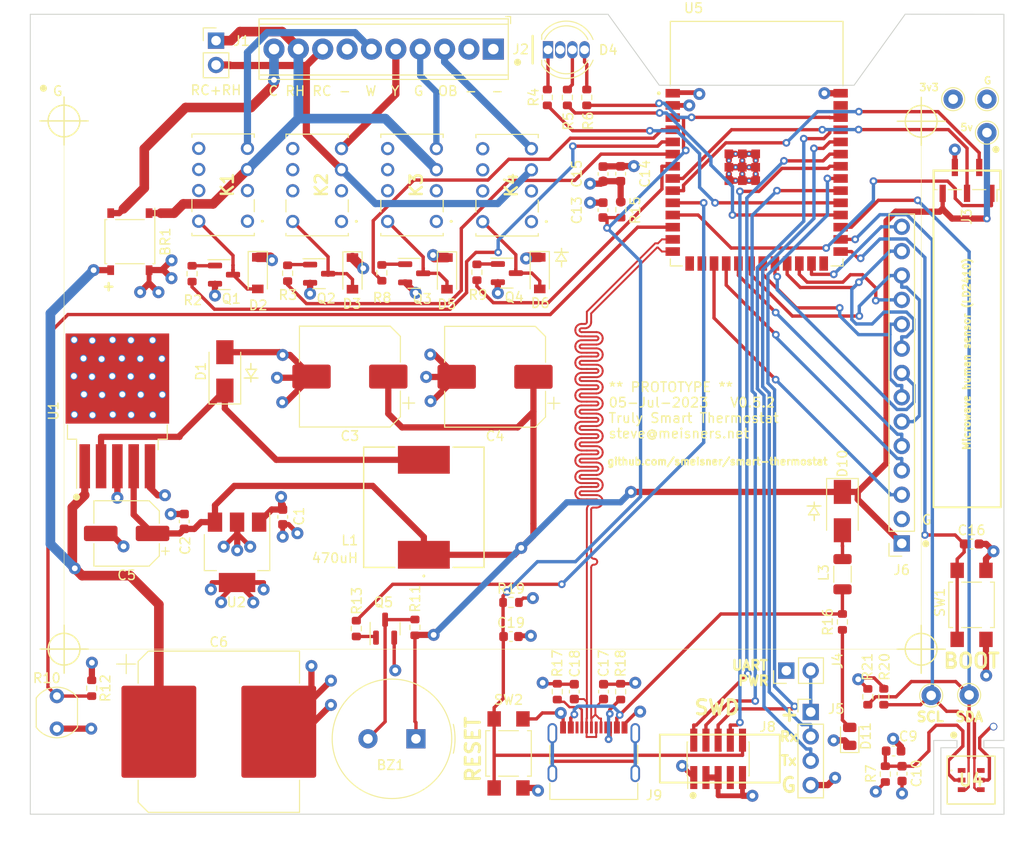
<source format=kicad_pcb>
(kicad_pcb (version 20211014) (generator pcbnew)
  (title_block (title "Smart Thermostat") (date "2023-07-05") (rev "V0.5.2") (company "Steve Meisner") (comment 1 "steve@meisners.net"))
  (layers (0 "F.Cu" signal) (1 "In1.Cu" power "GND.Cu") (2 "In2.Cu" power "3v3.Cu") (31 "B.Cu" signal) (34 "B.Paste" user) (35 "F.Paste" user) (36 "B.SilkS" user "B.Silkscreen") (37 "F.SilkS" user "F.Silkscreen") (38 "B.Mask" user) (39 "F.Mask" user) (44 "Edge.Cuts" user))
  (net 0 "")
  (net 1 "GND")
  (net 2 "+5V")
  (net 3 "+3V3")
  (net 4 "SDA")
  (net 5 "SCL")
  (net 6 "EN")
  (net 7 "C")
  (net 8 "RH")
  (net 9 "USB_D+")
  (net 10 "USB_D-")
  (net 11 "TFT_CS")
  (net 12 "TFT_RESET")
  (net 13 "TFT_DC")
  (net 14 "TFT_MOSI")
  (net 15 "TFT_LED")
  (net 16 "TFT_MISO")
  (net 17 "SWD_TMS")
  (net 18 "Net-(Q1-Pad1)")
  (net 20 "LED_HEAT")
  (net 21 "LED_COOL")
  (net 22 "TFT_CLK")
  (net 23 "SWD_TCK")
  (net 24 "TOUCH_CS")
  (net 25 "TOUCH_IRQ")
  (net 26 "HVAC_HEAT")
  (net 27 "SWD_TDO")
  (net 29 "G")
  (net 30 "HVAC_FAN")
  (net 31 "HVAC_COOL")
  (net 32 "Y")
  (net 33 "W")
  (net 35 "RC")
  (net 48 "Net-(Q2-Pad1)")
  (net 49 "Net-(Q3-Pad1)")
  (net 50 "Net-(D3-Pad2)")
  (net 51 "Net-(Q4-Pad1)")
  (net 52 "Net-(BZ1-Pad2)")
  (net 53 "BUZZER")
  (net 54 "SWD_TDI")
  (net 55 "LIGHT_SENS")
  (net 56 "Net-(D2-Pad2)")
  (net 57 "Net-(D4-Pad1)")
  (net 58 "Net-(J9-PadA4)")
  (net 59 "Net-(J9-PadA5)")
  (net 64 "Net-(Q5-Pad1)")
  (net 65 "HVAC_RVALV")
  (net 66 "LED_FAN")
  (net 67 "O{slash}B")
  (net 68 "MOTION")
  (net 69 "Net-(D1-Pad1)")
  (net 70 "Net-(D4-Pad3)")
  (net 71 "Net-(D4-Pad4)")
  (net 72 "Net-(D11-Pad2)")
  (net 73 "Net-(D5-Pad2)")
  (net 74 "Net-(D6-Pad2)")
  (net 75 "LD_TX")
  (net 76 "Net-(D10-Pad2)")
  (net 78 "Net-(J9-PadB5)")
  (net 80 "unconnected-(J9-PadS1)")
  (net 81 "LD_RX")
  (net 82 "UART_VCC")
  (net 83 "RXD0")
  (net 84 "TXD0")
  (net 86 "Net-(C10-Pad1)")
  (net 87 "Net-(C16-Pad1)")
  (net 92 "3V3")
  (net 93 "Net-(BR1-Pad3)")
  (footprint "Capacitor_SMD:C_0603_1608Metric" (layer "F.Cu") (at 172.212 82.55 90)
    (fp_text reference "C14")
    (fp_text value "0.1uF")
  )
  (footprint "MountingHole:MountingHole_2.7mm_M2.5" (layer "F.Cu") (at 200.4 80.14)
    (fp_text reference "H2" hide)
    (fp_text value "MountingHole" hide)
  )
  (footprint "Package_TO_SOT_SMD:SOT-223-3_TabPin2" (layer "F.Cu") (at 132.23 122.03 -90)
    (fp_text reference "U2")
    (fp_text value "AMS1117-3.3")
  )
  (footprint "Capacitor_SMD:C_0603_1608Metric" (layer "F.Cu") (at 136.99 118.34 90)
    (fp_text reference "C1")
    (fp_text value "10uF")
  )
  (footprint "Resistor_SMD:R_0603_1608Metric" (layer "F.Cu") (at 160.782 127.254)
    (fp_text reference "R19")
    (fp_text value "10k")
  )
  (footprint "Diode_SMD:Diode_Bridge_Diotec_ABS" (layer "F.Cu") (at 121.06 89.63 -90)
    (fp_text reference "BR1")
    (fp_text value "MB6S")
  )
  (footprint "Resistor_SMD:R_0603_1608Metric" (layer "F.Cu") (at 199.8 145.158 -90)
    (fp_text reference "R7")
    (fp_text value "220")
  )
  (footprint "Resistor_SMD:R_0603_1608Metric" (layer "F.Cu") (at 168.68 74.59 90)
    (fp_text reference "R6")
    (fp_text value "470")
  )
  (footprint "LED_THT:LED_D5.0mm-4_RGB" (layer "F.Cu") (at 164.64 69.62)
    (fp_text reference "D4")
    (fp_text value "LED_RGBK")
  )
  (footprint "MountingHole:MountingHole_2.7mm_M2.5" (layer "F.Cu") (at 209.12 68.95)
    (fp_text reference "H4" hide)
    (fp_text value "MountingHole")
  )
  (footprint "TerminalBlock_Phoenix:TerminalBlock_Phoenix_MPT-0,5-10-2.54_1x10_P2.54mm_Horizontal" (layer "F.Cu") (at 158.94 69.55 180)
    (fp_text reference "J2")
    (fp_text value "Screw_Terminal_01x10")
  )
  (footprint "MountingHole:MountingHole_2.7mm_M2.5" (layer "F.Cu") (at 117.29 80.14)
    (fp_text reference "H1" hide)
    (fp_text value "MountingHole" hide)
  )
  (footprint "Package_TO_SOT_SMD:SOT-23" (layer "F.Cu") (at 130.87 93.07)
    (fp_text reference "Q1")
    (fp_text value "2N7002")
  )
  (footprint "Diode_SMD:D_SOD-123" (layer "F.Cu") (at 154.11 92.94 -90)
    (fp_text reference "D5")
    (fp_text value "1N4148W")
  )
  (footprint "Capacitor_SMD:CP_Elec_16x17.5" (layer "F.Cu") (at 130.33 140.74)
    (fp_text reference "C6")
    (fp_text value "680uF")
  )
  (footprint "Capacitor_SMD:CP_Elec_6.3x7.7" (layer "F.Cu") (at 120.72 120.06 180)
    (fp_text reference "C5")
    (fp_text value "47uF")
  )
  (footprint "Connector_PinHeader_2.54mm:PinHeader_1x04_P2.54mm_Vertical" (layer "F.Cu") (at 192.024 138.684)
    (fp_text reference "J5")
    (fp_text value "Conn_01x04")
  )
  (footprint "Resistor_SMD:R_0603_1608Metric" (layer "F.Cu") (at 147.32 92.88 -90)
    (fp_text reference "R8")
    (fp_text value "470")
  )
  (footprint "Capacitor_SMD:C_0603_1608Metric" (layer "F.Cu") (at 126.73 118.81 90)
    (fp_text reference "C2")
    (fp_text value "10uF")
  )
  (footprint "MountingHole:MountingHole_2.7mm_M2.5" (layer "F.Cu") (at 113.75 68.95)
    (fp_text reference "H3" hide)
    (fp_text value "MountingHole")
  )
  (footprint "Inductor_SMD:L_1206_3216Metric" (layer "F.Cu") (at 195.336 124.311 90)
    (fp_text reference "L3")
    (fp_text value "600ohm")
  )
  (footprint "MountingHole:MountingHole_2.7mm_M2.5" (layer "F.Cu") (at 181.04 134.7)
    (fp_text reference "H8" hide)
    (fp_text value "MountingHole")
  )
  (footprint "Custom Footprints:UC23NJ" (layer "F.Cu") (at 143.115 87.52 90)
    (fp_text reference "K2")
    (fp_text value "UC2-3NJ" hide)
  )
  (footprint "TestPoint:TestPoint_THTPad_D2.0mm_Drill1.0mm" (layer "F.Cu") (at 204.58 136.96)
    (fp_text reference "TP1" hide)
    (fp_text value "SCL")
  )
  (footprint "Resistor_SMD:R_0603_1608Metric" (layer "F.Cu") (at 172.232 86.298 90)
    (fp_text reference "R15")
    (fp_text value "10k")
  )
  (footprint "Resistor_SMD:R_0603_1608Metric" (layer "F.Cu") (at 150.77 129.86 -90)
    (fp_text reference "R11")
    (fp_text value "10k")
  )
  (footprint "TestPoint:TestPoint_THTPad_D2.0mm_Drill1.0mm" (layer "F.Cu") (at 210.39 78.26)
    (fp_text reference "TP4" hide)
    (fp_text value "+5V")
  )
  (footprint "Connector_PinSocket_2.54mm:PinSocket_1x14_P2.54mm_Vertical" (layer "F.Cu") (at 201.51 121.1 180)
    (fp_text reference "J6")
    (fp_text value "MSP3218")
  )
  (footprint "Package_TO_SOT_SMD:TO-263-5_TabPin3" (layer "F.Cu") (at 119.755 107.28 90)
    (fp_text reference "U1")
    (fp_text value "LM2596T-5")
  )
  (footprint "Resistor_SMD:R_0603_1608Metric" (layer "F.Cu") (at 172.212 136.56 90)
    (fp_text reference "R18")
    (fp_text value "5.1K")
  )
  (footprint "Custom Footprints:UC23NJ" (layer "F.Cu") (at 162.915 87.54 90)
    (fp_text reference "K4")
    (fp_text value "UC2-3NJ" hide)
  )
  (footprint "Package_TO_SOT_SMD:SOT-23" (layer "F.Cu") (at 147.66 129.99 90)
    (fp_text reference "Q5")
    (fp_text value "2N7002")
  )
  (footprint "Button_Switch_SMD:SW_SPST_TL3305A" (layer "F.Cu") (at 208.788 127.508 -90)
    (fp_text reference "SW1")
    (fp_text value "Boot")
  )
  (footprint "Capacitor_SMD:C_0603_1608Metric" (layer "F.Cu") (at 170.382 82.57 90)
    (fp_text reference "C15")
    (fp_text value "22uF")
  )
  (footprint "Custom Footprints:AHT20" (layer "F.Cu") (at 208.75 145.78)
    (fp_text reference "U4")
    (fp_text value "AHT20" hide)
  )
  (footprint "Capacitor_SMD:CP_Elec_10x10" (layer "F.Cu") (at 159.1225 103.72 180)
    (fp_text reference "C4")
    (fp_text value "470uF")
  )
  (footprint "Resistor_SMD:R_0603_1608Metric" (layer "F.Cu") (at 157.23 92.82 -90)
    (fp_text reference "R9")
    (fp_text value "470")
  )
  (footprint "Resistor_SMD:R_0603_1608Metric" (layer "F.Cu") (at 127.54 92.97 -90)
    (fp_text reference "R2")
    (fp_text value "470")
  )
  (footprint "Connector_PinSocket_1.27mm:PinSocket_1x05_P1.27mm_Vertical_SMD_Pin1Right" (layer "F.Cu") (at 208.316 83.242 -90)
    (fp_text reference "J3")
    (fp_text value "LD2410")
  )
  (footprint "Resistor_SMD:R_0603_1608Metric" (layer "F.Cu") (at 195.326 129.286 -90)
    (fp_text reference "R16")
    (fp_text value "1K")
  )
  (footprint "Capacitor_SMD:C_0603_1608Metric" (layer "F.Cu") (at 208.788 121.158)
    (fp_text reference "C16")
    (fp_text value "1uF")
  )
  (footprint "Button_Switch_SMD:SW_SPST_TL3305A" (layer "F.Cu") (at 160.528 143.002 -90)
    (fp_text reference "SW2")
    (fp_text value "Reset")
  )
  (footprint "Capacitor_SMD:CP_Elec_10x10" (layer "F.Cu") (at 143.9925 103.7 180)
    (fp_text reference "C3")
    (fp_text value "470uF")
  )
  (footprint "MountingHole:MountingHole_2.7mm_M2.5" (layer "F.Cu") (at 117.29 129.04)
    (fp_text reference "H5" hide)
    (fp_text value "MountingHole" hide)
  )
  (footprint "MountingHole:MountingHole_2.7mm_M2.5" (layer "F.Cu") (at 113.73 146.3)
    (fp_text reference "H7" hide)
    (fp_text value "MountingHole")
  )
  (footprint "Connector_USB:USB_C_Receptacle_G-Switch_GT-USB-7010ASV" (layer "F.Cu") (at 169.414 144.018)
    (fp_text reference "J9")
    (fp_text value "USB_C_Receptacle_USB2.0")
  )
  (footprint "Connector_PinHeader_2.54mm:PinHeader_1x02_P2.54mm_Vertical" (layer "F.Cu") (at 130.04 68.665)
    (fp_text reference "J1")
    (fp_text value "RC+RH")
  )
  (footprint "Diode_SMD:D_SMA" (layer "F.Cu") (at 130.96 103.16 90)
    (fp_text reference "D1")
    (fp_text value "SS34")
  )
  (footprint "TestPoint:TestPoint_THTPad_D2.0mm_Drill1.0mm" (layer "F.Cu") (at 210.39 74.77)
    (fp_text reference "TP5" hide)
    (fp_text value "GND")
  )
  (footprint "Resistor_SMD:R_0603_1608Metric" (layer "F.Cu") (at 137.5 92.92 -90)
    (fp_text reference "R3")
    (fp_text value "470")
  )
  (footprint "Connector_PinHeader_1.27mm:PinHeader_2x05_P1.27mm_Vertical_SMD" (layer "F.Cu") (at 182.372 143.57 90)
    (fp_text reference "J8")
    (fp_text value "Conn_ARM_JTAG_SWD_10")
  )
  (footprint "Custom Footprints:UC23NJ" (layer "F.Cu") (at 133.315 87.5 90)
    (fp_text reference "K1")
    (fp_text value "UC2-3NJ" hide)
  )
  (footprint "Capacitor_SMD:C_0603_1608Metric" (layer "F.Cu") (at 201.54 145.108 -90)
    (fp_text reference "C10")
    (fp_text value "10uF")
  )
  (footprint "OptoDevice:R_LDR_5.1x4.3mm_P3.4mm_Vertical" (layer "F.Cu") (at 113.45 140.42 90)
    (fp_text reference "R10")
    (fp_text value "LDR07")
  )
  (footprint "Diode_SMD:D_SOD-123" (layer "F.Cu") (at 163.78 92.91 -90)
    (fp_text reference "D6")
    (fp_text value "1N4148W")
  )
  (footprint "Capacitor_SMD:C_0603_1608Metric" (layer "F.Cu") (at 170.372 86.338 90)
    (fp_text reference "C13")
    (fp_text value "1uF")
  )
  (footprint "Capacitor_SMD:C_0603_1608Metric" (layer "F.Cu") (at 170.43 136.56 90)
    (fp_text reference "C17")
    (fp_text value "22pF")
  )
  (footprint "Resistor_SMD:R_0603_1608Metric" (layer "F.Cu") (at 144.66 129.98 -90)
    (fp_text reference "R13")
    (fp_text value "1k")
  )
  (footprint "Diode_SMD:D_SMA" (layer "F.Cu") (at 195.326 117.731 -90)
    (fp_text reference "D10")
    (fp_text value "D_Zener")
  )
  (footprint "Resistor_SMD:R_0603_1608Metric" (layer "F.Cu") (at 165.608 136.56 90)
    (fp_text reference "R17")
    (fp_text value "5.1K")
  )
  (footprint "Resistor_SMD:R_0603_1608Metric" (layer "F.Cu") (at 166.66 74.59 90)
    (fp_text reference "R5")
    (fp_text value "1K")
  )
  (footprint "Resistor_SMD:R_0603_1608Metric" (layer "F.Cu") (at 199.644 137.097 -90)
    (fp_text reference "R20")
    (fp_text value "10k")
  )
  (footprint "Package_TO_SOT_SMD:SOT-23" (layer "F.Cu") (at 160.35 92.91)
    (fp_text reference "Q4")
    (fp_text value "2N7002")
  )
  (footprint "TestPoint:TestPoint_THTPad_D2.0mm_Drill1.0mm" (layer "F.Cu") (at 208.534 136.906)
    (fp_text reference "TP2" hide)
    (fp_text value "SDA")
  )
  (footprint "Diode_SMD:D_SOD-123" (layer "F.Cu") (at 134.39 92.91 -90)
    (fp_text reference "D2")
    (fp_text value "1N4148W")
  )
  (footprint "Buzzer_Beeper:Buzzer_TDK_PS1240P02BT_D12.2mm_H6.5mm" (layer "F.Cu") (at 150.876 141.478 180)
    (fp_text reference "BZ1")
    (fp_text value "Buzzer")
  )
  (footprint "Connector_PinHeader_2.54mm:PinHeader_1x02_P2.54mm_Vertical" (layer "F.Cu") (at 189.479 134.366 90)
    (fp_text reference "J4")
    (fp_text value "UART PWR")
  )
  (footprint "TestPoint:TestPoint_THTPad_D2.0mm_Drill1.0mm" (layer "F.Cu") (at 206.87 74.77)
    (fp_text reference "TP3" hide)
    (fp_text value "3v3")
  )
  (footprint "Custom Footprints:XCVR_ESP32-S3-WROOM-1-N16R2" (layer "F.Cu") (at 186.39 79.41)
    (fp_text reference "U5")
    (fp_text value "ESP32-S3-WROOM-1-N16")
  )
  (footprint "Capacitor_SMD:C_0603_1608Metric" (layer "F.Cu") (at 167.382 136.56 90)
    (fp_text reference "C18")
    (fp_text value "22pF")
  )
  (footprint "LED_SMD:LED_0805_2012Metric" (layer "F.Cu") (at 196.088 141.224 90)
    (fp_text reference "D11")
    (fp_text value "LED")
  )
  (footprint "Capacitor_SMD:C_0603_1608Metric" (layer "F.Cu") (at 160.782 130.81)
    (fp_text reference "C19")
    (fp_text value "1uF")
  )
  (footprint "Resistor_SMD:R_0603_1608Metric" (layer "F.Cu") (at 164.57 74.59 90)
    (fp_text reference "R4")
    (fp_text value "470")
  )
  (footprint "Custom Footprints:IND_CDRH127_LDNP-470MC_SUM" (layer "F.Cu") (at 151.7 117.3328 90)
    (fp_text reference "L1")
    (fp_text value "470uH")
  )
  (footprint "Diode_SMD:D_SOD-123" (layer "F.Cu") (at 144.26 92.94 -90)
    (fp_text reference "D3")
    (fp_text value "1N4148W")
  )
  (footprint "MountingHole:MountingHole_2.7mm_M2.5" (layer "F.Cu") (at 200.4 129.04)
    (fp_text reference "H6" hide)
    (fp_text value "MountingHole" hide)
  )
  (footprint "Resistor_SMD:R_0603_1608Metric" (layer "F.Cu") (at 197.974 137.097 -90)
    (fp_text reference "R21")
    (fp_text value "10k")
  )
  (footprint "Package_TO_SOT_SMD:SOT-23" (layer "F.Cu") (at 140.78 92.97)
    (fp_text reference "Q2")
    (fp_text value "2N7002")
  )
  (footprint "Resistor_SMD:R_0603_1608Metric" (layer "F.Cu") (at 117.08 136.2 -90)
    (fp_text reference "R12")
    (fp_text value "10k")
  )
  (footprint "Capacitor_SMD:C_0603_1608Metric" (layer "F.Cu") (at 200.66 142.748)
    (fp_text reference "C9")
    (fp_text value "0.1uF")
  )
  (footprint "Package_TO_SOT_SMD:SOT-23" (layer "F.Cu") (at 150.69 92.93)
    (fp_text reference "Q3")
    (fp_text value "2N7002")
  )
  (footprint "Custom Footprints:UC23NJ" (layer "F.Cu") (at 153.005 87.52 90)
    (fp_text reference "K3")
    (fp_text value "UC2-3NJ" hide)
  )
  (gr_line (start 134.4 103.85) (end 132.98 103.85) (layer "F.SilkS") (width 0.15))
  (gr_line (start 166.05 91.67) (end 166.05 92.25) (layer "F.SilkS") (width 0.15))
  (gr_circle (center 203.53 132.14) (end 204.67 133.34) (layer "F.SilkS") (width 0.15) (fill none))
  (gr_line (start 192.43 117.21) (end 191.8 118.11) (layer "F.SilkS") (width 0.15))
  (gr_line (start 133.63 103.84) (end 134.26 102.94) (layer "F.SilkS") (width 0.15))
  (gr_circle (center 161.47 70.92) (end 161.762062 70.92) (layer "F.SilkS") (width 0.15) (fill solid))
  (gr_rect (start 206.25 143.28) (end 211.23 148.28) (layer "F.SilkS") (width 0.15) (fill none))
  (gr_line (start 114.2 79.545173) (end 114.2 74.545173) (layer "F.SilkS") (width 0.15))
  (gr_line (start 111.71 132.12) (end 116.71 132.12) (layer "F.SilkS") (width 0.15))
  (gr_line (start 203.54 134.64) (end 203.54 129.64) (layer "F.SilkS") (width 0.15))
  (gr_line (start 166.56 91.65) (end 166.03 90.81) (layer "F.SilkS") (width 0.15))
  (gr_circle (center 112.05 73.632062) (end 112.342062 73.632062) (layer "F.SilkS") (width 0.15) (fill solid))
  (gr_line (start 166.05 90.71) (end 166.05 90.34) (layer "F.SilkS") (width 0.15))
  (gr_circle (center 115.5 116.27) (end 115.792062 116.27) (layer "F.SilkS") (width 0.15) (fill solid))
  (gr_line (start 165.46 91.65) (end 166.56 91.65) (layer "F.SilkS") (width 0.15))
  (gr_line (start 203.544827 79.58) (end 203.544827 74.58) (layer "F.SilkS") (width 0.15))
  (gr_line (start 203.544827 77.07) (end 203.54 132.13) (layer "F.SilkS") (width 0.05))
  (gr_line (start 163.04 68.18) (end 163.04 71.04) (layer "F.SilkS") (width 0.25))
  (gr_line (start 191.8 118.11) (end 192.9 118.11) (layer "F.SilkS") (width 0.15))
  (gr_circle (center 204.01 121.132062) (end 204.302062 121.132062) (layer "F.SilkS") (width 0.15) (fill solid))
  (gr_line (start 111.7 77.035173) (end 116.7 77.035173) (layer "F.SilkS") (width 0.15))
  (gr_line (start 201.044827 77.07) (end 206.044827 77.07) (layer "F.SilkS") (width 0.15))
  (gr_line (start 133.67 102.92) (end 133.67 102.34) (layer "F.SilkS") (width 0.15))
  (gr_line (start 133.16 102.94) (end 133.69 103.78) (layer "F.SilkS") (width 0.15))
  (gr_circle (center 114.19 77.045173) (end 115.33 78.245173) (layer "F.SilkS") (width 0.15) (fill none))
  (gr_line (start 201.04 132.13) (end 206.04 132.13) (layer "F.SilkS") (width 0.15))
  (gr_circle (center 114.2 132.13) (end 115.34 133.33) (layer "F.SilkS") (width 0.15) (fill none))
  (gr_line (start 192.39 118.13) (end 192.39 118.71) (layer "F.SilkS") (width 0.15))
  (gr_line (start 166.09 90.75) (end 165.46 91.65) (layer "F.SilkS") (width 0.15))
  (gr_line (start 114.21 134.63) (end 114.21 129.63) (layer "F.SilkS") (width 0.15))
  (gr_line (start 133.67 103.88) (end 133.67 104.25) (layer "F.SilkS") (width 0.15))
  (gr_circle (center 211.328 80.01) (end 211.620062 80.01) (layer "F.SilkS") (width 0.15) (fill solid))
  (gr_circle (center 206.93 141.09) (end 207.222062 141.09) (layer "F.SilkS") (width 0.15) (fill solid))
  (gr_line (start 114.2 132.13) (end 114.2 77.04) (layer "F.SilkS") (width 0.05))
  (gr_line (start 192.39 117.17) (end 192.39 116.8) (layer "F.SilkS") (width 0.15))
  (gr_line (start 203.54 132.13) (end 114.2 132.13) (layer "F.SilkS") (width 0.05))
  (gr_line (start 134.26 102.94) (end 133.16 102.94) (layer "F.SilkS") (width 0.15))
  (gr_rect (start 176.302 146.04) (end 188.802 141.04) (layer "F.SilkS") (width 0.2) (fill none))
  (gr_circle (center 203.534827 77.08) (end 204.674827 78.28) (layer "F.SilkS") (width 0.15) (fill none))
  (gr_circle (center 179.76 147.387938) (end 180.052062 147.387938) (layer "F.SilkS") (width 0.15) (fill solid))
  (gr_rect (start 204.816 82.202) (end 211.836 117.332) (layer "F.SilkS") (width 0.2) (fill none))
  (gr_line (start 165.32 90.74) (end 166.74 90.74) (layer "F.SilkS") (width 0.15))
  (gr_line (start 192.9 118.11) (end 192.37 117.27) (layer "F.SilkS") (width 0.15))
  (gr_line (start 191.66 117.2) (end 193.08 117.2) (layer "F.SilkS") (width 0.15))
  (gr_line (start 212.16 141.65) (end 212.158 65.92) (layer "Edge.Cuts") (width 0.1))
  (gr_line (start 204.84 149.34) (end 204.84 141.65) (layer "Edge.Cuts") (width 0.1))
  (gr_line (start 212.16 142.41) (end 210.07 142.41) (layer "Edge.Cuts") (width 0.1))
  (gr_line (start 212.17 149.35) (end 212.16 142.41) (layer "Edge.Cuts") (width 0.1))
  (gr_line (start 205.59 149.35) (end 212.17 149.35) (layer "Edge.Cuts") (width 0.1))
  (gr_line (start 110.682 65.92) (end 110.682 149.34) (layer "Edge.Cuts") (width 0.1))
  (gr_line (start 205.59 142.41) (end 205.59 149.35) (layer "Edge.Cuts") (width 0.1))
  (gr_line (start 210.07 141.65) (end 212.16 141.65) (layer "Edge.Cuts") (width 0.1))
  (gr_line (start 207.27 142.41) (end 205.59 142.41) (layer "Edge.Cuts") (width 0.1))
  (gr_line (start 170.9 65.92) (end 110.682 65.92) (layer "Edge.Cuts") (width 0.1))
  (gr_line (start 196.54 73.32) (end 176.24 73.32) (layer "Edge.Cuts") (width 0.1))
  (gr_line (start 207.27 141.65) (end 207.27 142.41) (layer "Edge.Cuts") (width 0.1))
  (gr_line (start 201.87 65.91) (end 196.54 73.32) (layer "Edge.Cuts") (width 0.1))
  (gr_line (start 212.158 65.92) (end 201.87 65.91) (layer "Edge.Cuts") (width 0.1))
  (gr_line (start 110.682 149.34) (end 204.84 149.34) (layer "Edge.Cuts") (width 0.1))
  (gr_line (start 210.07 142.41) (end 210.07 141.65) (layer "Edge.Cuts") (width 0.1))
  (gr_line (start 204.84 141.65) (end 207.27 141.65) (layer "Edge.Cuts") (width 0.1))
  (gr_line (start 176.24 73.32) (end 170.9 65.92) (layer "Edge.Cuts") (width 0.1))
  (gr_text "+" (at 189.8 138.9) (layer "F.SilkS") (effects (font (size 1.5 1.5) (thickness 0.3))))
  (gr_text "+" (at 118.85 94.26) (layer "F.SilkS") (effects (font (size 1 1) (thickness 0.25))))
  (gr_text "SWD" (at 182.252 138.21) (layer "F.SilkS") (effects (font (size 1.5 1.5) (thickness 0.3))))
  (gr_text "G" (at 204.11 118.64) (layer "F.SilkS") (effects (font (size 1 1))))
  (gr_text "BOOT" (at 208.788 133.35) (layer "F.SilkS") (effects (font (size 1.5 1.5) (thickness 0.3))))
  (gr_text "3v3" (at 204.36 73.54) (layer "F.SilkS") (effects (font (size 0.75 0.75))))
  (gr_text "UART\n PWR" (at 185.674 134.62) (layer "F.SilkS") (effects (font (size 1 1) (thickness 0.25))))
  (gr_text "G" (at 189.73 146.31) (layer "F.SilkS") (effects (font (size 1.5 1.5) (thickness 0.3))))
  (gr_text "G" (at 210.46 72.83) (layer "F.SilkS") (effects (font (size 0.75 0.75))))
  (gr_text "Tx" (at 189.73 143.75) (layer "F.SilkS") (effects (font (size 1 1) (thickness 0.25))))
  (gr_text "Rx" (at 189.74 141.25) (layer "F.SilkS") (effects (font (size 1 1) (thickness 0.25))))
  (gr_text "G" (at 113.538 73.924124) (layer "F.SilkS") (effects (font (size 1 1))))
  (gr_text "Microwave human sensor (LD2410)" (at 208.28 101.346 90) (layer "F.SilkS") (effects (font (size 0.75 0.75) (thickness 0.1875))))
  (gr_text "RESET" (at 156.83 142.58 90) (layer "F.SilkS") (effects (font (size 1.5 1.5) (thickness 0.3))))
  (gr_text "SDA" (at 208.548 139.192) (layer "F.SilkS") (effects (font (size 1 1) (thickness 0.25))))
  (gr_text "C RH RC -  W  Y  G  OB -  -" (at 135.41 73.92) (layer "F.SilkS") (effects (font (size 1 1)) (justify left)))
  (gr_text "5v" (at 208.28 77.71) (layer "F.SilkS") (effects (font (size 0.75 0.75))))
  (gr_text "SCL" (at 204.484 139.192) (layer "F.SilkS") (effects (font (size 1 1) (thickness 0.25))))
  (gr_text "github.com/smeisner/smart-thermostat" (at 182.3 112.55) (layer "F.SilkS") (effects (font (size 0.75 0.75) (thickness 0.1875))))
  (gr_text "** PROTOTYPE **\n05-Jul-2023   V0.5.2\nTruly Smart Thermostat\nsteve@meisners.net" (at 170.87 107.216) (layer "F.SilkS") (effects (font (size 1 1)) (justify left)))
  (segment (start 210.645 143.455) (end 210.645 145.635) (width 0.35) (layer "F.Cu") (net 1))
  (segment (start 159.412 94.1424) (end 159.4125 94.1419) (width 0.65) (layer "F.Cu") (net 1))
  (segment (start 159.412 94.7072) (end 159.412 94.7067) (width 0.65) (layer "F.Cu") (net 1))
  (segment (start 136.82 117.565) (end 135.845 117.565) (width 0.65) (layer "F.Cu") (net 1))
  (segment (start 139.842 95.0511) (end 139.842 94.7683) (width 0.65) (layer "F.Cu") (net 1))
  (segment (start 139.842 94.7683) (end 139.842 94.7678) (width 0.65) (layer "F.Cu") (net 1))
  (segment (start 182.372 147.42) (end 182.372 145.52) (width 0.5) (layer "F.Cu") (net 1))
  (segment (start 174.244 138.641) (end 173.91 138.641) (width 0.35) (layer "F.Cu") (net 1))
  (segment (start 139.842 94.7678) (end 139.842 94.4855) (width 0.65) (layer "F.Cu") (net 1))
  (segment (start 129.932 94.9426) (end 129.932 94.6354) (width 0.65) (layer "F.Cu") (net 1))
  (segment (start 129.932 95.2509) (end 129.932 94.9431) (width 0.65) (layer "F.Cu") (net 1))
  (segment (start 185.59 83.27) (end 184.89 83.27) (width 0.65) (layer "F.Cu") (net 1))
  (segment (start 135.845 117.565) (end 134.53 118.88) (width 0.65) (layer "F.Cu") (net 1))
  (segment (start 139.842 94.4855) (end 139.842 94.2027) (width 0.65) (layer "F.Cu") (net 1))
  (segment (start 165.969 138.782) (end 166.214 139.026) (width 0.35) (layer "F.Cu") (net 1))
  (segment (start 183.49 81.17) (end 183.49 80.47) (width 0.65) (layer "F.Cu") (net 1))
  (segment (start 209.563 121.158) (end 210.312 121.158) (width 0.65) (layer "F.Cu") (net 1))
  (segment (start 152.5825 106.26) (end 155.1225 103.72) (width 0.65) (layer "F.Cu") (net 1))
  (segment (start 165.658 135.785) (end 165.608 135.735) (width 0.65) (layer "F.Cu") (net 1))
  (segment (start 136.69 101.16) (end 136.98 101.45) (width 0.65) (layer "F.Cu") (net 1))
  (segment (start 151.9425 103.74) (end 155.1025 103.74) (width 0.65) (layer "F.Cu") (net 1))
  (segment (start 129.932 94.9431) (end 129.932 94.9426) (width 0.65) (layer "F.Cu") (net 1))
  (segment (start 117.1 133.54) (end 117.1 135.375) (width 0.65) (layer "F.Cu") (net 1))
  (segment (start 172.236 81.7509) (end 172.212 81.775) (width 0.65) (layer "F.Cu") (net 1))
  (segment (start 149.752 93.88) (end 150.237 94.3645) (width 0.65) (layer "F.Cu") (net 1))
  (segment (start 155.1025 103.74) (end 155.1225 103.72) (width 0.65) (layer "F.Cu") (net 1))
  (segment (start 200.61 141.471) (end 201.435 142.296) (width 0.65) (layer "F.Cu") (net 1))
  (segment (start 139.842 94.7678) (end 139.842 94.4855) (width 0.65) (layer "F.Cu") (net 1))
  (segment (start 124.714 116.078) (end 123.952 116.078) (width 0.65) (layer "F.Cu") (net 1))
  (segment (start 129.932 94.6354) (end 129.932 94.3277) (width 0.65) (layer "F.Cu") (net 1))
  (segment (start 211.074 140.208) (end 211.041 140.175) (width 0.65) (layer "F.Cu") (net 1))
  (segment (start 162.849 130.736) (end 161.631 130.736) (width 0.5) (layer "F.Cu") (net 1))
  (segment (start 185.59 81.87) (end 186.29 81.87) (width 0.65) (layer "F.Cu") (net 1))
  (segment (start 167.382 135.785) (end 165.658 135.785) (width 0.35) (layer "F.Cu") (net 1))
  (segment (start 159.412 94.7067) (end 159.412 94.4248) (width 0.65) (layer "F.Cu") (net 1))
  (segment (start 150.843 94.9701) (end 150.237 94.3645) (width 0.65) (layer "F.Cu") (net 1))
  (segment (start 139.982 137.338) (end 136.58 140.74) (width 0.65) (layer "F.Cu") (net 1))
  (segment (start 119.755 116.335) (end 119.755 113.055) (width 0.65) (layer "F.Cu") (net 1))
  (segment (start 185.59 80.47) (end 184.89 80.47) (width 0.65) (layer "F.Cu") (net 1))
  (segment (start 180.268 74.0871) (end 180.411 74.2297) (width 0.65) (layer "F.Cu") (net 1))
  (segment (start 139.8425 94.2022) (end 139.8425 93.92) (width 0.65) (layer "F.Cu") (net 1))
  (segment (start 159.412 94.7072) (end 159.412 94.7067) (width 0.65) (layer "F.Cu") (net 1))
  (segment (start 163.428 146.602) (end 163.428 146.709) (width 0.65) (layer "F.Cu") (net 1))
  (segment (start 172.639 139.912) (end 172.639 140.268) (width 0.35) (layer "F.Cu") (net 1))
  (segment (start 193.448 74.15) (end 195.14 74.15) (width 0.65) (layer "F.Cu") (net 1))
  (segment (start 150.237 94.3645) (end 149.752 93.8801) (width 0.65) (layer "F.Cu") (net 1))
  (segment (start 118.02 120.06) (end 119.044 120.06) (width 0.65) (layer "F.Cu") (net 1))
  (segment (start 186.29 80.47) (end 185.59 80.47) (width 0.65) (layer "F.Cu") (net 1))
  (segment (start 119.506 103.656) (end 119.755 103.905) (width 0.65) (layer "F.Cu") (net 1))
  (segment (start 124 94.9) (end 123.06 93.96) (width 0.65) (layer "F.Cu") (net 1))
  (segment (start 159.412 94.9897) (end 159.412 94.7072) (width 0.65) (layer "F.Cu") (net 1))
  (segment (start 210.645 145.635) (end 210.5 145.78) (width 0.35) (layer "F.Cu") (net 1))
  (segment (start 149.752 93.88) (end 149.7525 93.88) (width 0.65) (layer "F.Cu") (net 1))
  (segment (start 139.842 94.2027) (end 139.842 93.92) (width 0.65) (layer "F.Cu") (net 1))
  (segment (start 136.82 116.909) (end 136.99 117.079) (width 0.65) (layer "F.Cu") (net 1))
  (segment (start 136.94 106.38) (end 137.3125 106.38) (width 0.65) (layer "F.Cu") (net 1))
  (segment (start 173.592 81.7509) (end 172.236 81.7509) (width 0.65) (layer "F.Cu") (net 1))
  (segment (start 119.044 120.06) (end 120.396 121.412) (width 0.65) (layer "F.Cu") (net 1))
  (segment (start 165.608 135.735) (end 164.183 135.735) (width 0.35) (layer "F.Cu") (net 1))
  (segment (start 139.842 94.2027) (end 139.8425 94.2022) (width 0.65) (layer "F.Cu") (net 1))
  (segment (start 172.162 135.785) (end 172.212 135.735) (width 0.65) (layer "F.Cu") (net 1))
  (segment (start 136.98 101.45) (end 137.7425 101.45) (width 0.65) (layer "F.Cu") (net 1))
  (segment (start 129.932 94.9431) (end 129.932 94.9426) (width 0.65) (layer "F.Cu") (net 1))
  (segment (start 166.214 139.026) (end 166.214 140.293) (width 0.35) (layer "F.Cu") (net 1))
  (segment (start 123.06 92.605) (end 123.06 93.96) (width 0.5) (layer "F.Cu") (net 1))
  (segment (start 209.635381 142.445381) (end 210.645 143.455) (width 0.35) (layer "F.Cu") (net 1))
  (segment (start 210.288 123.908) (end 210.288 122.706) (width 0.65) (layer "F.Cu") (net 1))
  (segment (start 123.952 116.078) (end 123.155 115.281) (width 0.65) (layer "F.Cu") (net 1))
  (segment (start 124.04 94.9) (end 124 94.9) (width 0.65) (layer "F.Cu") (net 1))
  (segment (start 142.014 137.946) (end 139.22 140.74) (width 0.65) (layer "F.Cu") (net 1))
  (segment (start 201.54 145.883) (end 201.54 147.176) (width 0.35) (layer "F.Cu") (net 1))
  (segment (start 184.19 81.87) (end 184.89 81.87) (width 0.65) (layer "F.Cu") (net 1))
  (segment (start 185.943 147.42) (end 184.912 147.42) (width 0.65) (layer "F.Cu") (net 1))
  (segment (start 159.412 94.4248) (end 159.412 94.1424) (width 0.65) (layer "F.Cu") (net 1))
  (segment (start 172.212 81.775) (end 170.402 81.775) (width 0.65) (layer "F.Cu") (net 1))
  (segment (start 149.752 93.8801) (end 149.752 93.88) (width 0.65) (layer "F.Cu") (net 1))
  (segment (start 183.49 82.57) (end 183.49 83.27) (width 0.65) (layer "F.Cu") (net 1))
  (segment (start 170.372 85.563) (end 169.026 85.563) (width 0.65) (layer "F.Cu") (net 1))
  (segment (start 201.435 142.296) (end 201.435 142.748) (width 0.65) (layer "F.Cu") (net 1))
  (segment (start 177.64 74.15) (end 177.703 74.0871) (width 0.65) (layer "F.Cu") (net 1))
  (segment (start 123.09 92.59) (end 124.545 92.59) (width 0.65) (layer "F.Cu") (net 1))
  (segment (start 126.73 118.035) (end 125.322 118.035) (width 0.65) (layer "F.Cu") (net 1))
  (segment (start 173.637 135.735) (end 173.736 135.636) (width 0.65) (layer "F.Cu") (net 1))
  (segment (start 124.545 92.59) (end 125.395 93.44) (width 0.65) (layer "F.Cu") (net 1))
  (segment (start 210.288 134.85) (end 210.312 134.874) (width 0.65) (layer "F.Cu") (net 1))
  (segment (start 139.22 140.74) (end 136.58 140.74) (width 0.65) (layer "F.Cu") (net 1))
  (segment (start 186.29 82.57) (end 186.29 83.27) (width 0.65) (layer "F.Cu") (net 1))
  (segment (start 172.212 135.735) (end 173.637 135.735) (width 0.35) (layer "F.Cu") (net 1))
  (segment (start 186.29 83.27) (end 185.59 83.27) (width 0.65) (layer "F.Cu") (net 1))
  (segment (start 170.402 81.775) (end 170.382 81.795) (width 0.65) (layer "F.Cu") (net 1))
  (segment (start 184.912 147.42) (end 182.372 147.42) (width 0.5) (layer "F.Cu") (net 1))
  (segment (start 194.413 141.641) (end 195.568 141.641) (width 0.65) (layer "F.Cu") (net 1))
  (segment (start 161.631 130.736) (end 161.557 130.81) (width 0.65) (layer "F.Cu") (net 1))
  (segment (start 210.822 140.208) (end 211.074 140.208) (width 0.35) (layer "F.Cu") (net 1))
  (segment (start 148.721 134.338) (end 148.61 134.227) (width 0.65) (layer "F.Cu") (net 1))
  (segment (start 129.932 94.3277) (end 129.9325 94.3272) (width 0.65) (layer "F.Cu") (net 1))
  (segment (start 136.68 140.74) (end 136.58 140.74) (width 0.65) (layer "F.Cu") (net 1))
  (segment (start 184.912 145.52) (end 184.912 147.42) (width 0.5) (layer "F.Cu") (net 1))
  (segment (start 163.428 146.709) (end 163.6 146.88) (width 0.65) (layer "F.Cu") (net 1))
  (segment (start 209.635381 141.394619) (end 210.822 140.208) (width 0.35) (layer "F.Cu") (net 1))
  (segment (start 137.7425 101.45) (end 139.9925 103.7) (width 0.65) (layer "F.Cu") (net 1))
  (segment (start 159.4125 94.1419) (end 159.4125 93.86) (width 0.65) (layer "F.Cu") (net 1))
  (segment (start 129.932 94.9426) (end 129.932 94.6354) (width 0.65) (layer "F.Cu") (net 1))
  (segment (start 119.224 103.656) (end 119.506 103.656) (width 0.65) (layer "F.Cu") (net 1))
  (segment (start 184.89 81.17) (end 184.89 81.87) (width 0.65) (layer "F.Cu") (net 1))
  (segment (start 148.61 130.928) (end 148.61 130.9275) (width 0.5) (layer "F.Cu") (net 1))
  (segment (start 136.82 116.253) (end 136.82 116.909) (width 0.65) (layer "F.Cu") (net 1))
  (segment (start 181.102 145.52) (end 182.372 145.52) (width 0.65) (layer "F.Cu") (net 1))
  (segment (start 139.982 133.882) (end 139.982 137.338) (width 0.65) (layer "F.Cu") (net 1))
  (segment (start 139.8725 103.82) (end 139.9925 103.7) (width 0.65) (layer "F.Cu") (net 1))
  (segment (start 123.155 115.281) (end 123.155 113.055) (width 0.65) (layer "F.Cu") (net 1))
  (segment (start 123.06 93.96) (end 122.13 94.89) (width 0.65) (layer "F.Cu") (net 1))
  (segment (start 164.048 138.782) (end 163.428 139.402) (width 0.35) (layer "F.Cu") (net 1))
  (segment (start 152.3725 101.4) (end 152.8025 101.4) (width 0.65) (layer "F.Cu") (net 1))
  (segment (start 152.8025 101.4) (end 155.1225 103.72) (width 0.65) (layer "F.Cu") (net 1))
  (segment (start 177.703 74.0871) (end 180.268 74.0871) (width 0.5) (layer "F.Cu") (net 1))
  (segment (start 130.96 101.16) (end 136.69 101.16) (width 0.65) (layer "F.Cu") (net 1))
  (segment (start 184.19 83.27) (end 183.49 83.27) (width 0.65) (layer "F.Cu") (net 1))
  (segment (start 164.183 135.735) (end 164.084 135.636) (width 0.65) (layer "F.Cu") (net 1))
  (segment (start 124.395 92.59) (end 125.405 91.58) (width 0.65) (layer "F.Cu") (net 1))
  (segment (start 152.4025 106.26) (end 152.5825 106.26) (width 0.65) (layer "F.Cu") (net 1))
  (segment (start 207.046 80.0282) (end 207.046 81.892) (width 0.5) (layer "F.Cu") (net 1))
  (segment (start 209.635381 142.445381) (end 209.635381 141.394619) (width 0.35) (layer "F.Cu") (net 1))
  (segment (start 165.969 138.782) (end 164.048 138.782) (width 0.35) (layer "F.Cu") (net 1))
  (segment (start 136.82 116.909) (end 136.82 117.565) (width 0.65) (layer "F.Cu") (net 1))
  (segment (start 129.932 94.3277) (end 129.932 94.02) (width 0.65) (layer "F.Cu") (net 1))
  (segment (start 186.29 81.17) (end 186.29 80.47) (width 0.65) (layer "F.Cu") (net 1))
  (segment (start 159.412 94.7067) (end 159.412 94.4248) (width 0.65) (layer "F.Cu") (net 1))
  (segment (start 210.288 122.706) (end 211.074 121.92) (width 0.65) (layer "F.Cu") (net 1))
  (segment (start 184.89 82.57) (end 184.89 83.27) (width 0.65) (layer "F.Cu") (net 1))
  (segment (start 173.91 138.641) (end 172.639 139.912) (width 0.35) (layer "F.Cu") (net 1))
  (segment (start 137.3125 106.38) (end 139.9925 103.7) (width 0.65) (layer "F.Cu") (net 1))
  (segment (start 170.43 135.785) (end 172.162 135.785) (width 0.35) (layer "F.Cu") (net 1))
  (segment (start 193.802 146.304) (end 194.564 145.542) (width 0.65) (layer "F.Cu") (net 1))
  (segment (start 129.9325 94.3272) (end 129.9325 94.02) (width 0.65) (layer "F.Cu") (net 1))
  (segment (start 142.014 135.406) (end 136.68 140.74) (width 0.65) (layer "F.Cu") (net 1))
  (segment (start 195.568 141.641) (end 195.828 141.902) (width 0.65) (layer "F.Cu") (net 1))
  (segment (start 162.028 146.602) (end 163.428 146.602) (width 0.65) (layer "F.Cu") (net 1))
  (segment (start 183.49 81.87) (end 184.19 81.87) (width 0.65) (layer "F.Cu") (net 1))
  (segment (start 136.99 117.079) (end 136.99 117.565) (width 0.65) (layer "F.Cu") (net 1))
  (segment (start 210.5 145.78) (end 209.75 145.78) (width 0.35) (layer "F.Cu") (net 1))
  (segment (start 148.61 134.227) (end 148.61 130.928) (width 0.35) (layer "F.Cu") (net 1))
  (segment (start 136.4 103.82) (end 139.8725 103.82) (width 0.65) (layer "F.Cu") (net 1))
  (segment (start 139.842 94.7683) (end 139.842 94.7678) (width 0.65) (layer "F.Cu") (net 1))
  (segment (start 184.19 80.47) (end 183.49 80.47) (width 0.65) (layer "F.Cu") (net 1))
  (segment (start 163.428 139.402) (end 162.028 139.402) (width 0.35) (layer "F.Cu") (net 1))
  (segment (start 210.312 121.158) (end 211.074 121.92) (width 0.65) (layer "F.Cu") (net 1))
  (segment (start 210.288 131.108) (end 210.288 134.85) (width 0.65) (layer "F.Cu") (net 1))
  (segment (start 159.412 94.1424) (end 159.412 93.86) (width 0.65) (layer "F.Cu") (net 1))
  (segment (start 192.024 146.304) (end 193.802 146.304) (width 0.65) (layer "F.Cu") (net 1))
  (via (at 119.274 107.666) (size 0.8) (drill 0.6) (layers "F.Cu" "B.Cu") (net 1))
  (via (at 211.074 121.92) (size 1.25) (drill 0.6) (layers "F.Cu" "B.Cu") (net 1))
  (via (at 169.026 85.563) (size 1.25) (drill 0.6) (layers "F.Cu" "B.Cu") (net 1))
  (via (at 180.411 74.2297) (size 1.25) (drill 0.6) (layers "F.Cu" "B.Cu") (net 1))
  (via (at 129.932 95.2509) (size 1.25) (drill 0.6) (layers "F.Cu" "B.Cu") (net 1))
  (via (at 159.412 94.9897) (size 1.25) (drill 0.6) (layers "F.Cu" "B.Cu") (net 1))
  (via (at 117.164 107.726) (size 0.8) (drill 0.6) (layers "F.Cu" "B.Cu") (net 1))
  (via (at 120.224 101.806) (size 0.8) (drill 0.6) (layers "F.Cu" "B.Cu") (net 1))
  (via (at 115.274 107.666) (size 0.8) (drill 0.6) (layers "F.Cu" "B.Cu") (net 1))
  (via (at 173.592 81.7509) (size 1.25) (drill 0.6) (layers "F.Cu" "B.Cu") (net 1))
  (via (at 150.843 94.9701) (size 1.25) (drill 0.6) (layers "F.Cu" "B.Cu") (net 1))
  (via (at 124.714 116.078) (size 1.25) (drill 0.6) (layers "F.Cu" "B.Cu") (net 1))
  (via (at 136.98 101.45) (size 1.25) (drill 0.6) (layers "F.Cu" "B.Cu") (net 1))
  (via (at 122.144 101.836) (size 0.8) (drill 0.6) (layers "F.Cu" "B.Cu") (net 1))
  (via (at 151.9425 103.74) (size 1.25) (drill 0.6) (layers "F.Cu" "B.Cu") (net 1))
  (via (at 125.395 93.44) (size 1.25) (drill 0.6) (layers "F.Cu" "B.Cu") (net 1))
  (via (at 117.1 133.54) (size 1.25) (drill 0.6) (layers "F.Cu" "B.Cu") (net 1))
  (via (at 201.54 147.176) (size 1.25) (drill 0.6) (layers "F.Cu" "B.Cu") (net 1))
  (via (at 139.842 95.0511) (size 1.25) (drill 0.6) (layers "F.Cu" "B.Cu") (net 1))
  (via (at 136.4 103.82) (size 1.25) (drill 0.6) (layers "F.Cu" "B.Cu") (net 1))
  (via (at 117.114 103.716) (size 0.8) (drill 0.6) (layers "F.Cu" "B.Cu") (net 1))
  (via (at 211.074 140.208) (size 0.8) (drill 0.6) (layers "F.Cu" "B.Cu") (net 1))
  (via (at 142.014 135.406) (size 1.25) (drill 0.6) (layers "F.Cu" "B.Cu") (net 1))
  (via (at 139.982 133.882) (size 1.25) (drill 0.6) (layers "F.Cu" "B.Cu") (net 1))
  (via (at 118.164 105.616) (size 0.8) (drill 0.6) (layers "F.Cu" "B.Cu") (net 1))
  (via (at 122.194 105.586) (size 0.8) (drill 0.6) (layers "F.Cu" "B.Cu") (net 1))
  (via (at 119.224 103.656) (size 0.8) (drill 0.6) (layers "F.Cu" "B.Cu") (net 1))
  (via (at 125.405 91.58) (size 1.25) (drill 0.6) (layers "F.Cu" "B.Cu") (net 1))
  (via (at 121.194 107.696) (size 0.8) (drill 0.6) (layers "F.Cu" "B.Cu") (net 1))
  (via (at 125.322 118.035) (size 1.25) (drill 0.6) (layers "F.Cu" "B.Cu") (net 1))
  (via (at 193.448 74.15) (size 1.25) (drill 0.6) (layers "F.Cu" "B.Cu") (net 1))
  (via (at 120.274 105.556) (size 0.8) (drill 0.6) (layers "F.Cu" "B.Cu") (net 1))
  (via (at 115.224 103.656) (size 0.8) (drill 0.6) (layers "F.Cu" "B.Cu") (net 1))
  (via (at 119.254 99.876) (size 0.8) (drill 0.6) (layers "F.Cu" "B.Cu") (net 1))
  (via (at 194.413 141.641) (size 1.25) (drill 0.6) (layers "F.Cu" "B.Cu") (net 1))
  (via (at 200.61 141.471) (size 1.25) (drill 0.6) (layers "F.Cu" "B.Cu") (net 1))
  (via (at 162.849 130.736) (size 1.25) (drill 0.6) (layers "F.Cu" "B.Cu") (net 1))
  (via (at 124.444 105.586) (size 0.8) (drill 0.6) (layers "F.Cu" "B.Cu") (net 1))
  (via (at 123.394 103.686) (size 0.8) (drill 0.6) (layers "F.Cu" "B.Cu") (net 1))
  (via (at 115.254 99.876) (size 0.8) (drill 0.6) (layers "F.Cu" "B.Cu") (net 1))
  (via (at 165.969 138.782) (size 1.25) (drill 0.6) (layers "F.Cu" "B.Cu") (net 1))
  (via (at 148.721 134.338) (size 1.25) (drill 0.6) (layers "F.Cu" "B.Cu") (net 1))
  (via (at 117.144 99.936) (size 0.8) (drill 0.6) (layers "F.Cu" "B.Cu") (net 1))
  (via (at 136.82 116.253) (size 1.25) (drill 0.6) (layers "F.Cu" "B.Cu") (net 1))
  (via (at 122.13 94.89) (size 1.25) (drill 0.6) (layers "F.Cu" "B.Cu") (net 1))
  (via (at 123.424 99.906) (size 0.8) (drill 0.6) (layers "F.Cu" "B.Cu") (net 1))
  (via (at 173.736 135.636) (size 1.25) (drill 0.6) (layers "F.Cu" "B.Cu") (net 1))
  (via (at 174.244 138.641) (size 1.25) (drill 0.6) (layers "F.Cu" "B.Cu") (net 1))
  (via (at 121.144 103.686) (size 0.8) (drill 0.6) (layers "F.Cu" "B.Cu") (net 1))
  (via (at 119.755 116.335) (size 1.25) (drill 0.6) (layers "F.Cu" "B.Cu") (net 1))
  (via (at 152.4025 106.26) (size 1.25) (drill 0.6) (layers "F.Cu" "B.Cu") (net 1))
  (via (at 120.396 121.412) (size 1.25) (drill 0.6) (layers "F.Cu" "B.Cu") (net 1))
  (via (at 210.312 134.874) (size 1.25) (drill 0.6) (layers "F.Cu" "B.Cu") (net 1))
  (via (at 116.224 101.806) (size 0.8) (drill 0.6) (layers "F.Cu" "B.Cu") (net 1))
  (via (at 194.564 145.542) (size 1.25) (drill 0.6) (layers "F.Cu" "B.Cu") (net 1))
  (via (at 207.046 80.0282) (size 1.25) (drill 0.6) (layers "F.Cu" "B.Cu") (net 1))
  (via (at 152.3725 101.4) (size 1.25) (drill 0.6) (layers "F.Cu" "B.Cu") (net 1))
  (via (at 121.174 99.906) (size 0.8) (drill 0.6) (layers "F.Cu" "B.Cu") (net 1))
  (via (at 124.04 94.9) (size 1.25) (drill 0.6) (layers "F.Cu" "B.Cu") (net 1))
  (via (at 116.274 105.556) (size 0.8) (drill 0.6) (layers "F.Cu" "B.Cu") (net 1))
  (via (at 164.084 135.636) (size 1.25) (drill 0.6) (layers "F.Cu" "B.Cu") (net 1))
  (via (at 123.444 107.696) (size 0.8) (drill 0.6) (layers "F.Cu" "B.Cu") (net 1))
  (via (at 185.943 147.42) (size 1.25) (drill 0.6) (layers "F.Cu" "B.Cu") (net 1))
  (via (at 142.014 137.946) (size 1.25) (drill 0.6) (layers "F.Cu" "B.Cu") (net 1))
  (via (at 118.114 101.866) (size 0.8) (drill 0.6) (layers "F.Cu" "B.Cu") (net 1))
  (via (at 163.6 146.88) (size 1.25) (drill 0.6) (layers "F.Cu" "B.Cu") (net 1))
  (via (at 136.94 106.38) (size 1.25) (drill 0.6) (layers "F.Cu" "B.Cu") (net 1))
  (via (at 124.394 101.836) (size 0.8) (drill 0.6) (layers "F.Cu" "B.Cu") (net 1))
  (segment (start 121.455 113.055) (end 121.455 118.095) (width 0.65) (layer "F.Cu") (net 2))
  (segment (start 150.876 139.778) (end 150.77 139.672) (width 0.35) (layer "F.Cu") (net 2))
  (segment (start 126.73 119.585) (end 127.775 119.585) (width 0.65) (layer "F.Cu") (net 2))
  (segment (start 151.7 120.43) (end 146.373 115.103) (width 0.65) (layer "F.Cu") (net 2))
  (segment (start 150.77 139.672) (end 150.77 130.685) (width 0.35) (layer "F.Cu") (net 2))
  (segment (start 200.891 86.5044) (end 205.464 86.5044) (width 0.65) (layer "F.Cu") (net 2))
  (segment (start 128.48 118.88) (end 129.93 118.88) (width 0.65) (layer "F.Cu") (net 2))
  (segment (start 147.9925 103.7) (end 147.9925 107.5725) (width 0.65) (layer "F.Cu") (net 2))
  (segment (start 152.72 130.64) (end 150.815 130.64) (width 0.65) (layer "F.Cu") (net 2))
  (segment (start 161.48 109) (end 163.1225 107.3575) (width 0.65) (layer "F.Cu") (net 2))
  (segment (start 150.876 141.478) (end 150.876 139.778) (width 0.35) (layer "F.Cu") (net 2))
  (segment (start 129.93 117.12) (end 131.947 115.103) (width 0.65) (layer "F.Cu") (net 2))
  (segment (start 206.75 87.22) (end 210.38 87.22) (width 0.65) (layer "F.Cu") (net 2))
  (segment (start 146.373 115.103) (end 131.947 115.103) (width 0.65) (layer "F.Cu") (net 2))
  (segment (start 151.7 122.2858) (end 161.1342 122.2858) (width 0.65) (layer "F.Cu") (net 2))
  (segment (start 199.927 112.73) (end 199.927 87.4689) (width 0.65) (layer "F.Cu") (net 2))
  (segment (start 205.776 86.1921) (end 205.776 86.246) (width 0.65) (layer "F.Cu") (net 2))
  (segment (start 163.1225 119.0425) (end 163.1225 107.3575) (width 0.65) (layer "F.Cu") (net 2))
  (segment (start 127.775 119.585) (end 128.48 118.88) (width 0.65) (layer "F.Cu") (net 2))
  (segment (start 123.42 120.06) (end 126.255 120.06) (width 0.65) (layer "F.Cu") (net 2))
  (segment (start 195.326 115.731) (end 173.285 115.731) (width 0.65) (layer "F.Cu") (net 2))
  (segment (start 147.9925 107.5725) (end 149.42 109) (width 0.65) (layer "F.Cu") (net 2))
  (segment (start 126.255 120.06) (end 126.73 119.585) (width 0.65) (layer "F.Cu") (net 2))
  (segment (start 161.1342 122.2858) (end 161.85 121.57) (width 0.65) (layer "F.Cu") (net 2))
  (segment (start 196.926 116.516) (end 201.51 121.1) (width 0.65) (layer "F.Cu") (net 2))
  (segment (start 199.927 87.4689) (end 200.891 86.5044) (width 0.65) (layer "F.Cu") (net 2))
  (segment (start 151.7 122.2858) (end 151.7 120.43) (width 0.65) (layer "F.Cu") (net 2))
  (segment (start 163.1225 107.3575) (end 163.1225 103.59) (width 0.65) (layer "F.Cu") (net 2))
  (segment (start 150.815 130.64) (end 150.77 130.685) (width 0.65) (layer "F.Cu") (net 2))
  (segment (start 149.42 109) (end 161.48 109) (width 0.65) (layer "F.Cu") (net 2))
  (segment (start 121.455 118.095) (end 123.42 120.06) (width 0.65) (layer "F.Cu") (net 2))
  (segment (start 163.1225 120.2975) (end 163.1225 119.0425) (width 0.65) (layer "F.Cu") (net 2))
  (segment (start 196.926 115.731) (end 199.927 112.73) (width 0.65) (layer "F.Cu") (net 2))
  (segment (start 161.85 121.57) (end 163.1225 120.2975) (width 0.65) (layer "F.Cu") (net 2))
  (segment (start 205.776 86.246) (end 206.75 87.22) (width 0.65) (layer "F.Cu") (net 2))
  (segment (start 205.776 86.1921) (end 205.776 84.592) (width 0.45) (layer "F.Cu") (net 2))
  (segment (start 196.926 115.731) (end 195.326 115.731) (width 0.65) (layer "F.Cu") (net 2))
  (segment (start 196.926 115.731) (end 196.926 116.516) (width 0.65) (layer "F.Cu") (net 2))
  (segment (start 205.464 86.5044) (end 205.776 86.1921) (width 0.65) (layer "F.Cu") (net 2))
  (segment (start 129.93 118.88) (end 129.93 117.12) (width 0.65) (layer "F.Cu") (net 2))
  (via (at 161.85 121.57) (size 1.25) (drill 0.6) (layers "F.Cu" "B.Cu") (net 2))
  (via (at 152.72 130.64) (size 1.25) (drill 0.6) (layers "F.Cu" "B.Cu") (net 2))
  (via (at 210.38 87.22) (size 0.8) (drill 0.4) (layers "F.Cu" "B.Cu") (net 2))
  (via (at 173.285 115.731) (size 1.25) (drill 0.6) (layers "F.Cu" "B.Cu") (net 2))
  (segment (start 210.39 87.21) (end 210.38 87.22) (width 0.65) (layer "B.Cu") (net 2))
  (segment (start 210.39 78.31) (end 210.39 87.21) (width 0.65) (layer "B.Cu") (net 2))
  (segment (start 173.285 115.731) (end 172.206 116.81) (width 0.65) (layer "B.Cu") (net 2))
  (segment (start 161.79 121.57) (end 152.72 130.64) (width 0.65) (layer "B.Cu") (net 2))
  (segment (start 161.85 121.57) (end 161.79 121.57) (width 0.65) (layer "B.Cu") (net 2))
  (segment (start 172.206 116.81) (end 166.61 116.81) (width 0.65) (layer "B.Cu") (net 2))
  (segment (start 166.61 116.81) (end 161.85 121.57) (width 0.65) (layer "B.Cu") (net 2))
  (segment (start 162.354 91.3862) (end 162.48 91.26) (width 1) (layer "F.Cu") (net 3))
  (segment (start 134.39 91.26) (end 135.69 91.26) (width 1) (layer "F.Cu") (net 3))
  (segment (start 178.618 144.306) (end 179.832 145.52) (width 0.5) (layer "F.Cu") (net 3))
  (segment (start 136.99 120.395) (end 136.99 119.115) (width 0.5) (layer "F.Cu") (net 3))
  (segment (start 163.063 126.801) (end 162.06 126.801) (width 0.35) (layer "F.Cu") (net 3))
  (segment (start 135.69 91.3771) (end 135.871 91.5577) (width 1) (layer "F.Cu") (net 3))
  (segment (start 179.363 75.42) (end 177.64 75.42) (width 0.5) (layer "F.Cu") (net 3))
  (segment (start 130.57 126.84) (end 132.23 125.18) (width 0.5) (layer "F.Cu") (net 3))
  (segment (start 162.06 126.801) (end 161.607 127.254) (width 0.35) (layer "F.Cu") (net 3))
  (segment (start 162.48 91.26) (end 163.78 91.26) (width 1) (layer "F.Cu") (net 3))
  (segment (start 196.973 135.271) (end 197.974 136.272) (width 0.35) (layer "F.Cu") (net 3))
  (segment (start 152.81 91.29) (end 152.81 91.181) (width 1) (layer "F.Cu") (net 3))
  (segment (start 172.212 83.325) (end 170.402 83.325) (width 0.65) (layer "F.Cu") (net 3))
  (segment (start 133.6 121.44) (end 133.6 121.42) (width 0.65) (layer "F.Cu") (net 3))
  (segment (start 135 125.19) (end 134.99 125.18) (width 0.5) (layer "F.Cu") (net 3))
  (segment (start 137.595 119.115) (end 138.52 120.04) (width 0.5) (layer "F.Cu") (net 3))
  (segment (start 196.973 135.271) (end 197.116 135.128) (width 0.65) (layer "F.Cu") (net 3))
  (segment (start 130.57 127.24) (end 130.57 126.84) (width 0.5) (layer "F.Cu") (net 3))
  (segment (start 154.11 91.29) (end 152.81 91.29) (width 1) (layer "F.Cu") (net 3))
  (segment (start 130.84 121.44) (end 132.23 120.05) (width 0.5) (layer "F.Cu") (net 3))
  (segment (start 129.501 125.896) (end 129.63 125.767) (width 0.5) (layer "F.Cu") (net 3))
  (segment (start 132.25 118.9) (end 132.23 118.88) (width 0.65) (layer "F.Cu") (net 3))
  (segment (start 152.81 91.181) (end 152.656 91.0274) (width 1) (layer "F.Cu") (net 3))
  (segment (start 145.379 92.4091) (end 144.26 91.29) (width 1) (layer "F.Cu") (net 3))
  (segment (start 133.92 127.25) (end 133.92 126.87) (width 0.5) (layer "F.Cu") (net 3))
  (segment (start 133.6 121.42) (end 132.23 120.05) (width 0.5) (layer "F.Cu") (net 3))
  (segment (start 170.402 83.325) (end 170.382 83.345) (width 1) (layer "F.Cu") (net 3))
  (segment (start 172.212 85.453) (end 172.232 85.473) (width 1) (layer "F.Cu") (net 3))
  (segment (start 129.63 125.767) (end 129.63 125.18) (width 0.5) (layer "F.Cu") (net 3))
  (segment (start 133.92 126.87) (end 132.23 125.18) (width 0.5) (layer "F.Cu") (net 3))
  (segment (start 132.23 120.05) (end 132.23 118.88) (width 0.5) (layer "F.Cu") (net 3))
  (segment (start 169.024 83.5815) (end 170.146 83.5815) (width 0.65) (layer "F.Cu") (net 3))
  (segment (start 197.116 135.128) (end 198.628 135.128) (width 0.35) (layer "F.Cu") (net 3))
  (segment (start 135 125.9) (end 135 125.19) (width 0.5) (layer "F.Cu") (net 3))
  (segment (start 198.803 146.98) (end 199.8 145.983) (width 0.35) (layer "F.Cu") (net 3))
  (segment (start 113.45 140.42) (end 117.03 140.42) (width 0.65) (layer "F.Cu") (net 3))
  (segment (start 136.99 119.115) (end 137.595 119.115) (width 0.5) (layer "F.Cu") (net 3))
  (segment (start 170.146 83.5815) (end 170.382 83.345) (width 0.65) (layer "F.Cu") (net 3))
  (segment (start 134.99 125.18) (end 132.23 125.18) (width 0.5) (layer "F.Cu") (net 3))
  (segment (start 172.212 83.325) (end 172.212 85.453) (width 0.65) (layer "F.Cu") (net 3))
  (segment (start 129.63 125.18) (end 132.23 125.18) (width 0.5) (layer "F.Cu") (net 3))
  (segment (start 199.644 136.144) (end 199.644 136.272) (width 0.65) (layer "F.Cu") (net 3))
  (segment (start 198.628 135.128) (end 199.644 136.144) (width 0.35) (layer "F.Cu") (net 3))
  (segment (start 132.25 121.82) (end 132.25 118.9) (width 0.65) (layer "F.Cu") (net 3))
  (segment (start 135.69 91.26) (end 135.69 91.3771) (width 1) (layer "F.Cu") (net 3))
  (via (at 198.803 146.98) (size 1.25) (drill 0.6) (layers "F.Cu" "B.Cu") (net 3))
  (via (at 163.063 126.801) (size 1.25) (drill 0.6) (layers "F.Cu" "B.Cu") (net 3))
  (via (at 196.973 135.271) (size 1.25) (drill 0.6) (layers "F.Cu" "B.Cu") (net 3))
  (via (at 169.024 83.5815) (size 1.25) (drill 0.6) (layers "F.Cu" "B.Cu") (net 3))
  (via (at 178.618 144.306) (size 1.25) (drill 0.6) (layers "F.Cu" "B.Cu") (net 3))
  (via (at 133.92 127.25) (size 1.25) (drill 0.6) (layers "F.Cu" "B.Cu") (net 3))
  (via (at 130.57 127.24) (size 1.25) (drill 0.6) (layers "F.Cu" "B.Cu") (net 3))
  (via (at 130.84 121.44) (size 1.25) (drill 0.6) (layers "F.Cu" "B.Cu") (net 3))
  (via (at 132.25 121.82) (size 1.25) (drill 0.6) (layers "F.Cu" "B.Cu") (net 3))
  (via (at 152.656 91.0274) (size 1.25) (drill 0.6) (layers "F.Cu" "B.Cu") (net 3))
  (via (at 135.871 91.5577) (size 1.25) (drill 0.6) (layers "F.Cu" "B.Cu") (net 3))
  (via (at 162.354 91.3862) (size 1.25) (drill 0.6) (layers "F.Cu" "B.Cu") (net 3))
  (via (at 145.379 92.4091) (size 1.25) (drill 0.6) (layers "F.Cu" "B.Cu") (net 3))
  (via (at 129.501 125.896) (size 1.25) (drill 0.6) (layers "F.Cu" "B.Cu") (net 3))
  (via (at 179.363 75.42) (size 1.25) (drill 0.6) (layers "F.Cu" "B.Cu") (net 3))
  (via (at 138.52 120.04) (size 1.25) (drill 0.6) (layers "F.Cu" "B.Cu") (net 3))
  (via (at 117.03 140.42) (size 1.25) (drill 0.6) (layers "F.Cu" "B.Cu") (net 3))
  (via (at 136.99 120.395) (size 1.25) (drill 0.6) (layers "F.Cu" "B.Cu") (net 3))
  (via (at 135 125.9) (size 1.25) (drill 0.6) (layers "F.Cu" "B.Cu") (net 3))
  (via (at 133.6 121.44) (size 1.25) (drill 0.6) (layers "F.Cu" "B.Cu") (net 3))
  (segment (start 196.265 88.12) (end 199.068 85.3169) (width 0.35) (layer "F.Cu") (net 4))
  (segment (start 209.08 146.58) (end 209.08 143.48) (width 0.25) (layer "F.Cu") (net 4))
  (segment (start 208.534 138.984) (end 209.085381 139.535381) (width 0.35) (layer "F.Cu") (net 4))
  (segment (start 209.75 146.78) (end 209.28 146.78) (width 0.25) (layer "F.Cu") (net 4))
  (segment (start 209.085381 139.535381) (end 209.085381 143.474619) (width 0.35) (layer "F.Cu") (net 4))
  (segment (start 198.799 137.097) (end 197.974 137.922) (width 0.35) (layer "F.Cu") (net 4))
  (segment (start 207.137 135.509) (end 202.508 135.509) (width 0.35) (layer "F.Cu") (net 4))
  (segment (start 208.534 136.906) (end 208.534 138.984) (width 0.35) (layer "F.Cu") (net 4))
  (segment (start 199.068 85.3169) (end 203.171 85.3169) (width 0.35) (layer "F.Cu") (net 4))
  (segment (start 195.14 88.12) (end 196.265 88.12) (width 0.35) (layer "F.Cu") (net 4))
  (segment (start 202.508 135.509) (end 200.92 137.097) (width 0.35) (layer "F.Cu") (net 4))
  (segment (start 208.534 136.906) (end 207.137 135.509) (width 0.35) (layer "F.Cu") (net 4))
  (segment (start 200.92 137.097) (end 198.799 137.097) (width 0.35) (layer "F.Cu") (net 4))
  (segment (start 209.28 146.78) (end 209.08 146.58) (width 0.25) (layer "F.Cu") (net 4))
  (segment (start 209.085381 143.474619) (end 209.08 143.48) (width 0.35) (layer "F.Cu") (net 4))
  (via (at 203.171 85.3169) (size 0.8) (drill 0.4) (layers "F.Cu" "B.Cu") (net 4))
  (segment (start 208.534 90.6801) (end 203.171 85.3169) (width 0.35) (layer "B.Cu") (net 4))
  (segment (start 208.534 136.906) (end 208.534 90.6801) (width 0.35) (layer "B.Cu") (net 4))
  (segment (start 206.188 138.61) (end 204.484 136.906) (width 0.35) (layer "F.Cu") (net 5))
  (segment (start 208.48 139.74) (end 208.48 143.42) (width 0.35) (layer "F.Cu") (net 5))
  (segment (start 207.75 146.78) (end 208.21 146.78) (width 0.25) (layer "F.Cu") (net 5))
  (segment (start 208.21 146.78) (end 208.48 146.51) (width 0.25) (layer "F.Cu") (net 5))
  (segment (start 207.35 138.61) (end 206.188 138.61) (width 0.35) (layer "F.Cu") (net 5))
  (segment (start 207.35 138.61) (end 208.48 139.74) (width 0.35) (layer "F.Cu") (net 5))
  (segment (start 199.644 137.922) (end 203.468 137.922) (width 0.35) (layer "F.Cu") (net 5))
  (segment (start 195.14 89.39) (end 196.656 89.39) (width 0.35) (layer "F.Cu") (net 5))
  (segment (start 208.48 146.51) (end 208.48 143.42) (width 0.25) (layer "F.Cu") (net 5))
  (segment (start 203.468 137.922) (end 204.484 136.906) (width 0.35) (layer "F.Cu") (net 5))
  (via (at 196.656 89.39) (size 0.8) (drill 0.4) (layers "F.Cu" "B.Cu") (net 5))
  (segment (start 204.701 89.4726) (end 202.05 86.8215) (width 0.35) (layer "B.Cu") (net 5))
  (segment (start 204.701 136.689) (end 204.701 89.4726) (width 0.35) (layer "B.Cu") (net 5))
  (segment (start 199.225 86.8215) (end 196.656 89.39) (width 0.35) (layer "B.Cu") (net 5))
  (segment (start 204.484 136.906) (end 204.701 136.689) (width 0.35) (layer "B.Cu") (net 5))
  (segment (start 202.05 86.8215) (end 199.225 86.8215) (width 0.35) (layer "B.Cu") (net 5))
  (segment (start 170.792 87.123) (end 170.792 88.1953) (width 0.35) (layer "F.Cu") (net 6))
  (segment (start 159.028 143.195) (end 184.912 143.195) (width 0.35) (layer "F.Cu") (net 6))
  (segment (start 159.028 139.402) (end 159.028 143.195) (width 0.35) (layer "F.Cu") (net 6))
  (segment (start 159.957 130.785) (end 159.982 130.81) (width 0.35) (layer "F.Cu") (net 6))
  (segment (start 159.028 143.195) (end 159.028 146.602) (width 0.35) (layer "F.Cu") (net 6))
  (segment (start 160.007 130.81) (end 159.982 130.81) (width 0.35) (layer "F.Cu") (net 6))
  (segment (start 159.957 127.254) (end 159.957 130.785) (width 0.35) (layer "F.Cu") (net 6))
  (segment (start 178.765 76.69) (end 178.765 79.8781) (width 0.35) (layer "F.Cu") (net 6))
  (segment (start 159.982 130.81) (end 159.982 137.273) (width 0.35) (layer "F.Cu") (net 6))
  (segment (start 159.982 137.273) (end 159.028 138.227) (width 0.35) (layer "F.Cu") (net 6))
  (segment (start 178.765 79.8781) (end 179.003 80.1161) (width 0.35) (layer "F.Cu") (net 6))
  (segment (start 170.792 87.123) (end 172.232 87.123) (width 0.35) (layer "F.Cu") (net 6))
  (segment (start 184.912 143.195) (end 184.912 141.62) (width 0.35) (layer "F.Cu") (net 6))
  (segment (start 177.64 76.69) (end 178.765 76.69) (width 0.35) (layer "F.Cu") (net 6))
  (segment (start 159.028 138.227) (end 159.028 139.402) (width 0.35) (layer "F.Cu") (net 6))
  (segment (start 159.957 126.582) (end 159.957 127.254) (width 0.35) (layer "F.Cu") (net 6))
  (segment (start 170.372 87.113) (end 170.782 87.113) (width 0.35) (layer "F.Cu") (net 6))
  (segment (start 170.782 87.113) (end 170.792 87.123) (width 0.35) (layer "F.Cu") (net 6))
  (segment (start 160.368 126.17) (end 159.957 126.582) (width 0.35) (layer "F.Cu") (net 6))
  (via (at 170.792 88.1953) (size 0.8) (drill 0.4) (layers "F.Cu" "B.Cu") (net 6))
  (via (at 179.003 80.1161) (size 0.8) (drill 0.4) (layers "F.Cu" "B.Cu") (net 6))
  (via (at 160.368 126.17) (size 0.8) (drill 0.4) (layers "F.Cu" "B.Cu") (net 6))
  (segment (start 170.924 88.1953) (end 179.003 80.1161) (width 0.35) (layer "B.Cu") (net 6))
  (segment (start 174.286 91.6893) (end 170.792 88.1953) (width 0.35) (layer "B.Cu") (net 6))
  (segment (start 163.533 123.006) (end 167.502 123.006) (width 0.35) (layer "B.Cu") (net 6))
  (segment (start 160.368 126.17) (end 163.533 123.006) (width 0.35) (layer "B.Cu") (net 6))
  (segment (start 167.502 123.006) (end 174.286 116.223) (width 0.35) (layer "B.Cu") (net 6))
  (segment (start 174.286 116.223) (end 174.286 91.6893) (width 0.35) (layer "B.Cu") (net 6))
  (segment (start 170.792 88.1953) (end 170.924 88.1953) (width 0.35) (layer "B.Cu") (net 6))
  (segment (start 136.08 73.24) (end 133.68 75.64) (width 1) (layer "F.Cu") (net 7))
  (segment (start 133.68 75.64) (end 126.87 75.64) (width 1) (layer "F.Cu") (net 7))
  (segment (start 119.06 86.655) (end 119.935 86.655) (width 0.65) (layer "F.Cu") (net 7))
  (segment (start 126.87 75.64) (end 122.56 79.95) (width 1) (layer "F.Cu") (net 7))
  (segment (start 136.08 72.7603) (end 136.08 73.24) (width 1) (layer "F.Cu") (net 7))
  (segment (start 122.56 79.95) (end 122.56 84.03) (width 1) (layer "F.Cu") (net 7))
  (segment (start 119.935 86.655) (end 120.38 86.21) (width 0.65) (layer "F.Cu") (net 7))
  (segment (start 122.56 84.03) (end 120.38 86.21) (width 1) (layer "F.Cu") (net 7))
  (via (at 136.08 72.7603) (size 1.25) (drill 0.6) (layers "F.Cu" "B.Cu") (net 7))
  (segment (start 136.08 69.55) (end 136.08 72.7603) (width 1) (layer "B.Cu") (net 7))
  (segment (start 129.7245 85.6905) (end 126.6295 85.6905) (width 1) (layer "F.Cu") (net 8))
  (segment (start 131.59 68.665) (end 130.04 68.665) (width 1) (layer "F.Cu") (net 8))
  (segment (start 132.532 67.7228) (end 131.59 68.665) (width 1) (layer "F.Cu") (net 8))
  (segment (start 138.62 69.4221) (end 136.921 67.7228) (width 1) (layer "F.Cu") (net 8))
  (segment (start 125.66 86.66) (end 124.3 86.66) (width 1) (layer "F.Cu") (net 8))
  (segment (start 136.921 67.7228) (end 132.532 67.7228) (width 1) (layer "F.Cu") (net 8))
  (segment (start 126.6295 85.6905) (end 125.66 86.66) (width 1) (layer "F.Cu") (net 8))
  (segment (start 133.315 82.1) (end 129.7245 85.6905) (width 1) (layer "F.Cu") (net 8))
  (segment (start 123.06 86.655) (end 124.295 86.655) (width 0.65) (layer "F.Cu") (net 8))
  (segment (start 138.62 69.55) (end 138.62 69.4221) (width 1) (layer "F.Cu") (net 8))
  (segment (start 124.3 86.66) (end 124.295 86.655) (width 1) (layer "F.Cu") (net 8))
  (segment (start 133.315 82.1) (end 138.62 76.795) (width 1) (layer "B.Cu") (net 8))
  (segment (start 153.005 82.12) (end 147.68 76.795) (width 1) (layer "B.Cu") (net 8))
  (segment (start 138.62 76.795) (end 138.62 69.55) (width 1) (layer "B.Cu") (net 8))
  (segment (start 147.68 76.795) (end 138.62 76.795) (width 1) (layer "B.Cu") (net 8))
  (segment (start 169.692271 100.361) (end 168.135729 100.361) (width 0.2) (layer "F.Cu") (net 9))
  (segment (start 169.139 117.561) (end 169.139 122.409929) (width 0.2) (layer "F.Cu") (net 9))
  (segment (start 168.135729 110.961) (end 169.692271 110.961) (width 0.2) (layer "F.Cu") (net 9))
  (segment (start 168.135729 105.861) (end 169.692271 105.861) (width 0.2) (layer "F.Cu") (net 9))
  (segment (start 170.164 139.356) (end 169.987 139.356) (width 0.2) (layer "F.Cu") (net 9))
  (segment (start 169.692271 113.961) (end 168.135729 113.961) (width 0.2) (layer "F.Cu") (net 9))
  (segment (start 169.579 138.186) (end 169.579 138.898) (width 0.2) (layer "F.Cu") (net 9))
  (segment (start 168.489 98.661) (end 168.135729 98.661) (width 0.2) (layer "F.Cu") (net 9))
  (segment (start 169.139 139.337999) (end 169.164 139.362999) (width 0.2) (layer "F.Cu") (net 9))
  (segment (start 169.692271 108.861) (end 168.135729 108.861) (width 0.2) (layer "F.Cu") (net 9))
  (segment (start 169.692271 115.661) (end 168.135729 115.661) (width 0.2) (layer "F.Cu") (net 9))
  (segment (start 169.692271 110.561) (end 168.135729 110.561) (width 0.2) (layer "F.Cu") (net 9))
  (segment (start 169.139 123.609929) (end 169.139 139.337999) (width 0.2) (layer "F.Cu") (net 9))
  (segment (start 170.43 137.335) (end 169.579 138.186) (width 0.2) (layer "F.Cu") (net 9))
  (segment (start 169.692271 102.061) (end 168.135729 102.061) (width 0.2) (layer "F.Cu") (net 9))
  (segment (start 169.692271 112.261) (end 168.135729 112.261) (width 0.2) (layer "F.Cu") (net 9))
  (segment (start 169.439 122.709929) (end 169.469363 122.709929) (width 0.2) (layer "F.Cu") (net 9))
  (segment (start 169.164 139.363) (end 169.164 140.293) (width 0.2) (layer "F.Cu") (net 9))
  (segment (start 168.135729 100.761) (end 169.692271 100.761) (width 0.2) (layer "F.Cu") (net 9))
  (segment (start 168.135729 112.661) (end 169.692271 112.661) (width 0.2) (layer "F.Cu") (net 9))
  (segment (start 169.692271 105.461) (end 168.135729 105.461) (width 0.2) (layer "F.Cu") (net 9))
  (segment (start 176.0062 90.25) (end 169.139 97.1172) (width 0.2) (layer "F.Cu") (net 9))
  (segment (start 169.987 139.356) (end 169.579 138.948) (width 0.2) (layer "F.Cu") (net 9))
  (segment (start 168.135729 104.161) (end 169.692271 104.161) (width 0.2) (layer "F.Cu") (net 9))
  (segment (start 169.579 138.948) (end 169.164 139.363) (width 0.2) (layer "F.Cu") (net 9))
  (segment (start 169.469363 123.309929) (end 169.439 123.309929) (width 0.2) (layer "F.Cu") (net 9))
  (segment (start 177.64 90.66) (end 176.514999 90.66) (width 0.2) (layer "F.Cu") (net 9))
  (segment (start 169.692271 107.161) (end 168.135729 107.161) (width 0.2) (layer "F.Cu") (net 9))
  (segment (start 169.164 139.362999) (end 169.164 140.293) (width 0.2) (layer "F.Cu") (net 9))
  (segment (start 169.139 97.1172) (end 169.139 98.011) (width 0.2) (layer "F.Cu") (net 9))
  (segment (start 168.135729 116.061) (end 169.692271 116.061) (width 0.2) (layer "F.Cu") (net 9))
  (segment (start 169.692271 117.361) (end 169.339 117.361) (width 0.2) (layer "F.Cu") (net 9))
  (segment (start 168.135729 102.461) (end 169.692271 102.461) (width 0.2) (layer "F.Cu") (net 9))
  (segment (start 168.135729 99.061) (end 169.692271 99.061) (width 0.2) (layer "F.Cu") (net 9))
  (segment (start 168.135729 114.361) (end 169.692271 114.361) (width 0.2) (layer "F.Cu") (net 9))
  (segment (start 170.164 140.293) (end 170.164 139.356) (width 0.2) (layer "F.Cu") (net 9))
  (segment (start 176.514999 90.66) (end 176.104999 90.25) (width 0.2) (layer "F.Cu") (net 9))
  (segment (start 169.692271 103.761) (end 168.135729 103.761) (width 0.2) (layer "F.Cu") (net 9))
  (segment (start 176.104999 90.25) (end 176.0062 90.25) (width 0.2) (layer "F.Cu") (net 9))
  (segment (start 169.579 138.898) (end 169.579 138.948) (width 0.2) (layer "F.Cu") (net 9))
  (segment (start 168.135729 107.561) (end 169.692271 107.561) (width 0.2) (layer "F.Cu") (net 9))
  (segment (start 168.135729 109.261) (end 169.692271 109.261) (width 0.2) (layer "F.Cu") (net 9))
  (arc (start 168.135729 105.461) (mid 167.994308 105.519579) (end 167.935729 105.661) (width 0.2) (layer "F.Cu") (net 9))
  (arc (start 170.342271 111.611) (mid 170.15189 112.070619) (end 169.692271 112.261) (width 0.2) (layer "F.Cu") (net 9))
  (arc (start 170.342271 103.111) (mid 170.15189 103.570619) (end 169.692271 103.761) (width 0.2) (layer "F.Cu") (net 9))
  (arc (start 167.935729 105.661) (mid 167.994308 105.802421) (end 168.135729 105.861) (width 0.2) (layer "F.Cu") (net 9))
  (arc (start 169.692271 104.161) (mid 170.15189 104.351381) (end 170.342271 104.811) (width 0.2) (layer "F.Cu") (net 9))
  (arc (start 168.135729 115.661) (mid 167.994308 115.719579) (end 167.935729 115.861) (width 0.2) (layer "F.Cu") (net 9))
  (arc (start 167.935729 107.361) (mid 167.994308 107.502421) (end 168.135729 107.561) (width 0.2) (layer "F.Cu") (net 9))
  (arc (start 168.135729 110.561) (mid 167.994308 110.619579) (end 167.935729 110.761) (width 0.2) (layer "F.Cu") (net 9))
  (arc (start 169.439 123.309929) (mid 169.226868 123.397797) (end 169.139 123.609929) (width 0.2) (layer "F.Cu") (net 9))
  (arc (start 169.692271 99.061) (mid 170.15189 99.251381) (end 170.342271 99.711) (width 0.2) (layer "F.Cu") (net 9))
  (arc (start 170.342271 99.711) (mid 170.15189 100.170619) (end 169.692271 100.361) (width 0.2) (layer "F.Cu") (net 9))
  (arc (start 168.135729 102.061) (mid 167.994308 102.119579) (end 167.935729 102.261) (width 0.2) (layer "F.Cu") (net 9))
  (arc (start 169.692271 116.061) (mid 170.15189 116.251381) (end 170.342271 116.711) (width 0.2) (layer "F.Cu") (net 9))
  (arc (start 169.692271 109.261) (mid 170.15189 109.451381) (end 170.342271 109.911) (width 0.2) (layer "F.Cu") (net 9))
  (arc (start 169.339 117.361) (mid 169.197579 117.419579) (end 169.139 117.561) (width 0.2) (layer "F.Cu") (net 9))
  (arc (start 169.139 98.011) (mid 168.948619 98.470619) (end 168.489 98.661) (width 0.2) (layer "F.Cu") (net 9))
  (arc (start 167.935729 110.761) (mid 167.994308 110.902421) (end 168.135729 110.961) (width 0.2) (layer "F.Cu") (net 9))
  (arc (start 170.342271 113.311) (mid 170.15189 113.770619) (end 169.692271 113.961) (width 0.2) (layer "F.Cu") (net 9))
  (arc (start 169.692271 114.361) (mid 170.15189 114.551381) (end 170.342271 115.011) (width 0.2) (layer "F.Cu") (net 9))
  (arc (start 169.692271 100.761) (mid 170.15189 100.951381) (end 170.342271 101.411) (width 0.2) (layer "F.Cu") (net 9))
  (arc (start 168.135729 108.861) (mid 167.994308 108.919579) (end 167.935729 109.061) (width 0.2) (layer "F.Cu") (net 9))
  (arc (start 169.469363 122.709929) (mid 169.681495 122.797797) (end 169.769363 123.009929) (width 0.2) (layer "F.Cu") (net 9))
  (arc (start 167.935729 109.061) (mid 167.994308 109.202421) (end 168.135729 109.261) (width 0.2) (layer "F.Cu") (net 9))
  (arc (start 168.135729 107.161) (mid 167.994308 107.219579) (end 167.935729 107.361) (width 0.2) (layer "F.Cu") (net 9))
  (arc (start 168.135729 98.661) (mid 167.994308 98.719579) (end 167.935729 98.861) (width 0.2) (layer "F.Cu") (net 9))
  (arc (start 170.342271 101.411) (mid 170.15189 101.870619) (end 169.692271 102.061) (width 0.2) (layer "F.Cu") (net 9))
  (arc (start 167.935729 98.861) (mid 167.994308 99.002421) (end 168.135729 99.061) (width 0.2) (layer "F.Cu") (net 9))
  (arc (start 169.692271 102.461) (mid 170.15189 102.651381) (end 170.342271 103.111) (width 0.2) (layer "F.Cu") (net 9))
  (arc (start 170.342271 109.911) (mid 170.15189 110.370619) (end 169.692271 110.561) (width 0.2) (layer "F.Cu") (net 9))
  (arc (start 167.935729 115.861) (mid 167.994308 116.002421) (end 168.135729 116.061) (width 0.2) (layer "F.Cu") (net 9))
  (arc (start 167.935729 112.461) (mid 167.994308 112.602421) (end 168.135729 112.661) (width 0.2) (layer "F.Cu") (net 9))
  (arc (start 167.935729 103.961) (mid 167.994308 104.102421) (end 168.135729 104.161) (width 0.2) (layer "F.Cu") (net 9))
  (arc (start 168.135729 112.261) (mid 167.994308 112.319579) (end 167.935729 112.461) (width 0.2) (layer "F.Cu") (net 9))
  (arc (start 170.342271 115.011) (mid 170.15189 115.470619) (end 169.692271 115.661) (width 0.2) (layer "F.Cu") (net 9))
  (arc (start 169.139 122.409929) (mid 169.226868 122.622061) (end 169.439 122.709929) (width 0.2) (layer "F.Cu") (net 9))
  (arc (start 170.342271 104.811) (mid 170.15189 105.270619) (end 169.692271 105.461) (width 0.2) (layer "F.Cu") (net 9))
  (arc (start 169.692271 110.961) (mid 170.15189 111.151381) (end 170.342271 111.611) (width 0.2) (layer "F.Cu") (net 9))
  (arc (start 168.135729 100.361) (mid 167.994308 100.419579) (end 167.935729 100.561) (width 0.2) (layer "F.Cu") (net 9))
  (arc (start 168.135729 103.761) (mid 167.994308 103.819579) (end 167.935729 103.961) (width 0.2) (layer "F.Cu") (net 9))
  (arc (start 167.935729 100.561) (mid 167.994308 100.702421) (end 168.135729 100.761) (width 0.2) (layer "F.Cu") (net 9))
  (arc (start 167.935729 114.161) (mid 167.994308 114.302421) (end 168.135729 114.361) (width 0.2) (layer "F.Cu") (net 9))
  (arc (start 169.769363 123.009929) (mid 169.681495 123.222061) (end 169.469363 123.309929) (width 0.2) (layer "F.Cu") (net 9))
  (arc (start 168.135729 113.961) (mid 167.994308 114.019579) (end 167.935729 114.161) (width 0.2) (layer "F.Cu") (net 9))
  (arc (start 170.342271 116.711) (mid 170.15189 117.170619) (end 169.692271 117.361) (width 0.2) (layer "F.Cu") (net 9))
  (arc (start 170.342271 106.511) (mid 170.15189 106.970619) (end 169.692271 107.161) (width 0.2) (layer "F.Cu") (net 9))
  (arc (start 167.935729 102.261) (mid 167.994308 102.402421) (end 168.135729 102.461) (width 0.2) (layer "F.Cu") (net 9))
  (arc (start 169.692271 105.861) (mid 170.15189 106.051381) (end 170.342271 106.511) (width 0.2) (layer "F.Cu") (net 9))
  (arc (start 169.692271 107.561) (mid 170.15189 107.751381) (end 170.342271 108.211) (width 0.2) (layer "F.Cu") (net 9))
  (arc (start 170.342271 108.211) (mid 170.15189 108.670619) (end 169.692271 108.861) (width 0.2) (layer "F.Cu") (net 9))
  (arc (start 169.692271 112.661) (mid 170.15189 112.851381) (end 170.342271 113.311) (width 0.2) (layer "F.Cu") (net 9))
  (segment (start 168.689 139.337999) (end 168.689 117.561) (width 0.2) (layer "F.Cu") (net 10))
  (segment (start 168.489 99.511) (end 168.135729 99.511) (width 0.2) (layer "F.Cu") (net 10))
  (segment (start 168.689 113.111) (end 168.135729 113.111) (width 0.2) (layer "F.Cu") (net 10))
  (segment (start 175.8198 89.8) (end 176.104999 89.8) (width 0.2) (layer "F.Cu") (net 10))
  (segment (start 168.135729 113.511) (end 169.139 113.511) (width 0.2) (layer "F.Cu") (net 10))
  (segment (start 168.689 116.511) (end 168.135729 116.511) (width 0.2) (layer "F.Cu") (net 10))
  (segment (start 168.664 140.293) (end 168.664 139.363) (width 0.2) (layer "F.Cu") (net 10))
  (segment (start 168.664 141.288) (end 168.664 140.293) (width 0.2) (layer "F.Cu") (net 10))
  (segment (start 169.692271 99.511) (end 168.489 99.511) (width 0.2) (layer "F.Cu") (net 10))
  (segment (start 168.689 106.311) (end 168.135729 106.311) (width 0.2) (layer "F.Cu") (net 10))
  (segment (start 169.435378 116.911) (end 169.692271 116.911) (width 0.2) (layer "F.Cu") (net 10))
  (segment (start 169.139 103.311) (end 169.692271 103.311) (width 0.2) (layer "F.Cu") (net 10))
  (segment (start 169.692271 104.611) (end 168.689 104.611) (width 0.2) (layer "F.Cu") (net 10))
  (segment (start 168.689 96.9308) (end 175.8198 89.8) (width 0.2) (layer "F.Cu") (net 10))
  (segment (start 168.689 109.711) (end 168.135729 109.711) (width 0.2) (layer "F.Cu") (net 10))
  (segment (start 169.139 101.611) (end 169.692271 101.611) (width 0.2) (layer "F.Cu") (net 10))
  (segment (start 169.139 99.911) (end 169.692271 99.911) (width 0.2) (layer "F.Cu") (net 10))
  (segment (start 169.139 106.711) (end 169.692271 106.711) (width 0.2) (layer "F.Cu") (net 10))
  (segment (start 169.692271 102.911) (end 168.689 102.911) (width 0.2) (layer "F.Cu") (net 10))
  (segment (start 169.664 140.293) (end 169.664 141.288) (width 0.2) (layer "F.Cu") (net 10))
  (segment (start 169.339 116.911) (end 169.435378 116.911) (width 0.2) (layer "F.Cu") (net 10))
  (segment (start 168.135729 99.911) (end 169.139 99.911) (width 0.2) (layer "F.Cu") (net 10))
  (segment (start 168.664 139.362999) (end 168.689 139.337999) (width 0.2) (layer "F.Cu") (net 10))
  (segment (start 168.689 139.338) (end 168.689 137.635) (width 0.2) (layer "F.Cu") (net 10))
  (segment (start 176.104999 89.8) (end 176.514999 89.39) (width 0.2) (layer "F.Cu") (net 10))
  (segment (start 169.692271 113.111) (end 168.689 113.111) (width 0.2) (layer "F.Cu") (net 10))
  (segment (start 169.692271 114.811) (end 168.689 114.811) (width 0.2) (layer "F.Cu") (net 10))
  (segment (start 168.135729 108.411) (end 169.139 108.411) (width 0.2) (layer "F.Cu") (net 10))
  (segment (start 169.139 111.811) (end 169.692271 111.811) (width 0.2) (layer "F.Cu") (net 10))
  (segment (start 169.139 108.411) (end 169.692271 108.411) (width 0.2) (layer "F.Cu") (net 10))
  (segment (start 168.664 139.363) (end 168.689 139.338) (width 0.2) (layer "F.Cu") (net 10))
  (segment (start 168.689 101.211) (end 168.135729 101.211) (width 0.2) (layer "F.Cu") (net 10))
  (segment (start 168.689 102.911) (end 168.135729 102.911) (width 0.2) (layer "F.Cu") (net 10))
  (segment (start 168.389 137.335) (end 168.689 137.635) (width 0.2) (layer "F.Cu") (net 10))
  (segment (start 167.382 137.335) (end 168.389 137.335) (width 0.2) (layer "F.Cu") (net 10))
  (segment (start 169.692271 108.011) (end 168.689 108.011) (width 0.2) (layer "F.Cu") (net 10))
  (segment (start 168.135729 105.011) (end 169.139 105.011) (width 0.2) (layer "F.Cu") (net 10))
  (segment (start 169.139 113.511) (end 169.692271 113.511) (width 0.2) (layer "F.Cu") (net 10))
  (segment (start 168.689 114.811) (end 168.135729 114.811) (width 0.2) (layer "F.Cu") (net 10))
  (segment (start 168.689 108.011) (end 168.135729 108.011) (width 0.2) (layer "F.Cu") (net 10))
  (segment (start 169.139 110.111) (end 169.692271 110.111) (width 0.2) (layer "F.Cu") (net 10))
  (segment (start 168.135729 115.211) (end 169.139 115.211) (width 0.2) (layer "F.Cu") (net 10))
  (segment (start 168.135729 106.711) (end 169.139 106.711) (width 0.2) (layer "F.Cu") (net 10))
  (segment (start 168.689 98.011) (end 168.689 96.9308) (width 0.2) (layer "F.Cu") (net 10))
  (segment (start 168.664 140.293) (end 168.664 139.362999) (width 0.2) (layer "F.Cu") (net 10))
  (segment (start 176.514999 89.39) (end 177.64 89.39) (width 0.2) (layer "F.Cu") (net 10))
  (segment (start 168.135729 98.211) (end 168.489 98.211) (width 0.2) (layer "F.Cu") (net 10))
  (segment (start 169.692271 109.711) (end 168.689 109.711) (width 0.2) (layer "F.Cu") (net 10))
  (segment (start 168.135729 111.811) (end 169.139 111.811) (width 0.2) (layer "F.Cu") (net 10))
  (segment (start 168.135729 101.611) (end 169.139 101.611) (width 0.2) (layer "F.Cu") (net 10))
  (segment (start 169.664 141.288) (end 168.664 141.288) (width 0.2) (layer "F.Cu") (net 10))
  (segment (start 169.692271 106.311) (end 168.689 106.311) (width 0.2) (layer "F.Cu") (net 10))
  (segment (start 169.692271 111.411) (end 168.689 111.411) (width 0.2) (layer "F.Cu") (net 10))
  (segment (start 169.692271 116.511) (end 168.689 116.511) (width 0.2) (layer "F.Cu") (net 10))
  (segment (start 169.139 105.011) (end 169.692271 105.011) (width 0.2) (layer "F.Cu") (net 10))
  (segment (start 168.689 111.411) (end 168.135729 111.411) (width 0.2) (layer "F.Cu") (net 10))
  (segment (start 169.139 115.211) (end 169.692271 115.211) (width 0.2) (layer "F.Cu") (net 10))
  (segment (start 169.692271 101.211) (end 168.689 101.211) (width 0.2) (layer "F.Cu") (net 10))
  (segment (start 168.689 104.611) (end 168.135729 104.611) (width 0.2) (layer "F.Cu") (net 10))
  (segment (start 168.135729 110.111) (end 169.139 110.111) (width 0.2) (layer "F.Cu") (net 10))
  (segment (start 168.135729 103.311) (end 169.139 103.311) (width 0.2) (layer "F.Cu") (net 10))
  (arc (start 169.692271 111.811) (mid 169.833692 111.752421) (end 169.892271 111.611) (width 0.2) (layer "F.Cu") (net 10))
  (arc (start 168.135729 99.511) (mid 167.67611 99.320619) (end 167.485729 98.861) (width 0.2) (layer "F.Cu") (net 10))
  (arc (start 167.485729 109.061) (mid 167.67611 108.601381) (end 168.135729 108.411) (width 0.2) (layer "F.Cu") (net 10))
  (arc (start 169.692271 99.911) (mid 169.833692 99.852421) (end 169.892271 99.711) (width 0.2) (layer "F.Cu") (net 10))
  (arc (start 168.135729 106.311) (mid 167.67611 106.120619) (end 167.485729 105.661) (width 0.2) (layer "F.Cu") (net 10))
  (arc (start 168.135729 116.511) (mid 167.67611 116.320619) (end 167.485729 115.861) (width 0.2) (layer "F.Cu") (net 10))
  (arc (start 167.485729 107.361) (mid 167.67611 106.901381) (end 168.135729 106.711) (width 0.2) (layer "F.Cu") (net 10))
  (arc (start 167.485729 100.561) (mid 167.67611 100.101381) (end 168.135729 99.911) (width 0.2) (layer "F.Cu") (net 10))
  (arc (start 167.485729 102.261) (mid 167.67611 101.801381) (end 168.135729 101.611) (width 0.2) (layer "F.Cu") (net 10))
  (arc (start 169.692271 110.111) (mid 169.833692 110.052421) (end 169.892271 109.911) (width 0.2) (layer "F.Cu") (net 10))
  (arc (start 167.485729 112.461) (mid 167.67611 112.001381) (end 168.135729 111.811) (width 0.2) (layer "F.Cu") (net 10))
  (arc (start 169.892271 103.111) (mid 169.833692 102.969579) (end 169.692271 102.911) (width 0.2) (layer "F.Cu") (net 10))
  (arc (start 169.892271 109.911) (mid 169.833692 109.769579) (end 169.692271 109.711) (width 0.2) (layer "F.Cu") (net 10))
  (arc (start 169.892271 104.811) (mid 169.833692 104.669579) (end 169.692271 104.611) (width 0.2) (layer "F.Cu") (net 10))
  (arc (start 167.485729 114.161) (mid 167.67611 113.701381) (end 168.135729 113.511) (width 0.2) (layer "F.Cu") (net 10))
  (arc (start 168.135729 111.411) (mid 167.67611 111.220619) (end 167.485729 110.761) (width 0.2) (layer "F.Cu") (net 10))
  (arc (start 168.135729 101.211) (mid 167.67611 101.020619) (end 167.485729 100.561) (width 0.2) (layer "F.Cu") (net 10))
  (arc (start 168.135729 114.811) (mid 167.67611 114.620619) (end 167.485729 114.161) (width 0.2) (layer "F.Cu") (net 10))
  (arc (start 169.892271 113.311) (mid 169.833692 113.169579) (end 169.692271 113.111) (width 0.2) (layer "F.Cu") (net 10))
  (arc (start 169.692271 103.311) (mid 169.833692 103.252421) (end 169.892271 103.111) (width 0.2) (layer "F.Cu") (net 10))
  (arc (start 168.135729 108.011) (mid 167.67611 107.820619) (end 167.485729 107.361) (width 0.2) (layer "F.Cu") (net 10))
  (arc (start 169.692271 108.411) (mid 169.833692 108.352421) (end 169.892271 108.211) (width 0.2) (layer "F.Cu") (net 10))
  (arc (start 169.692271 105.011) (mid 169.833692 104.952421) (end 169.892271 104.811) (width 0.2) (layer "F.Cu") (net 10))
  (arc (start 168.689 117.561) (mid 168.879381 117.101381) (end 169.339 116.911) (width 0.2) (layer "F.Cu") (net 10))
  (arc (start 169.892271 108.211) (mid 169.833692 108.069579) (end 169.692271 108.011) (width 0.2) (layer "F.Cu") (net 10))
  (arc (start 169.892271 101.411) (mid 169.833692 101.269579) (end 169.692271 101.211) (width 0.2) (layer "F.Cu") (net 10))
  (arc (start 168.135729 109.711) (mid 167.67611 109.520619) (end 167.485729 109.061) (width 0.2) (layer "F.Cu") (net 10))
  (arc (start 169.692271 101.611) (mid 169.833692 101.552421) (end 169.892271 101.411) (width 0.2) (layer "F.Cu") (net 10))
  (arc (start 169.692271 115.211) (mid 169.833692 115.152421) (end 169.892271 115.011) (width 0.2) (layer "F.Cu") (net 10))
  (arc (start 169.892271 106.511) (mid 169.833692 106.369579) (end 169.692271 106.311) (width 0.2) (layer "F.Cu") (net 10))
  (arc (start 169.892271 116.711) (mid 169.833692 116.569579) (end 169.692271 116.511) (width 0.2) (layer "F.Cu") (net 10))
  (arc (start 169.692271 116.911) (mid 169.833692 116.852421) (end 169.892271 116.711) (width 0.2) (layer "F.Cu") (net 10))
  (arc (start 169.892271 111.611) (mid 169.833692 111.469579) (end 169.692271 111.411) (width 0.2) (layer "F.Cu") (net 10))
  (arc (start 169.692271 106.711) (mid 169.833692 106.652421) (end 169.892271 106.511) (width 0.2) (layer "F.Cu") (net 10))
  (arc (start 169.892271 99.711) (mid 169.833692 99.569579) (end 169.692271 99.511) (width 0.2) (layer "F.Cu") (net 10))
  (arc (start 168.135729 104.611) (mid 167.67611 104.420619) (end 167.485729 103.961) (width 0.2) (layer "F.Cu") (net 10))
  (arc (start 168.489 98.211) (mid 168.630421 98.152421) (end 168.689 98.011) (width 0.2) (layer "F.Cu") (net 10))
  (arc (start 167.485729 105.661) (mid 167.67611 105.201381) (end 168.135729 105.011) (width 0.2) (layer "F.Cu") (net 10))
  (arc (start 168.135729 102.911) (mid 167.67611 102.720619) (end 167.485729 102.261) (width 0.2) (layer "F.Cu") (net 10))
  (arc (start 168.135729 113.111) (mid 167.67611 112.920619) (end 167.485729 112.461) (width 0.2) (layer "F.Cu") (net 10))
  (arc (start 167.485729 98.861) (mid 167.67611 98.401381) (end 168.135729 98.211) (width 0.2) (layer "F.Cu") (net 10))
  (arc (start 167.485729 103.961) (mid 167.67611 103.501381) (end 168.135729 103.311) (width 0.2) (layer "F.Cu") (net 10))
  (arc (start 169.692271 113.511) (mid 169.833692 113.452421) (end 169.892271 113.311) (width 0.2) (layer "F.Cu") (net 10))
  (arc (start 167.485729 115.861) (mid 167.67611 115.401381) (end 168.135729 115.211) (width 0.2) (layer "F.Cu") (net 10))
  (arc (start 167.485729 110.761) (mid 167.67611 110.301381) (end 168.135729 110.111) (width 0.2) (layer "F.Cu") (net 10))
  (arc (start 169.892271 115.011) (mid 169.833692 114.869579) (end 169.692271 114.811) (width 0.2) (layer "F.Cu") (net 10))
  (segment (start 188.37 104.019) (end 181.945 97.5943) (width 0.35) (layer "F.Cu") (net 11))
  (segment (start 181.945 97.5943) (end 181.945 91.91) (width 0.35) (layer "F.Cu") (net 11))
  (via (at 188.37 104.019) (size 0.8) (drill 0.4) (layers "F.Cu" "B.Cu") (net 11))
  (segment (start 201.51 116.02) (end 200.285 116.02) (width 0.35) (layer "B.Cu") (net 11))
  (segment (start 200.285 116.02) (end 200.285 115.934) (width 0.35) (layer "B.Cu") (net 11))
  (segment (start 200.285 115.934) (end 188.37 104.019) (width 0.35) (layer "B.Cu") (net 11))
  (segment (start 183.215 94.1598) (end 183.215 91.91) (width 0.35) (layer "F.Cu") (net 12))
  (segment (start 188.388 99.3325) (end 183.215 94.1598) (width 0.35) (layer "F.Cu") (net 12))
  (via (at 188.388 99.3325) (size 0.8) (drill 0.4) (layers "F.Cu" "B.Cu") (net 12))
  (segment (start 201.51 112.255) (end 201.054 112.255) (width 0.35) (layer "B.Cu") (net 12))
  (segment (start 188.388 99.5888) (end 188.388 99.3325) (width 0.35) (layer "B.Cu") (net 12))
  (segment (start 201.51 113.48) (end 201.51 112.255) (width 0.35) (layer "B.Cu") (net 12))
  (segment (start 201.054 112.255) (end 188.388 99.5888) (width 0.35) (layer "B.Cu") (net 12))
  (segment (start 188.371 97.0232) (end 184.485 93.1375) (width 0.35) (layer "F.Cu") (net 13))
  (segment (start 184.485 93.1375) (end 184.485 91.91) (width 0.35) (layer "F.Cu") (net 13))
  (via (at 188.371 97.0232) (size 0.8) (drill 0.4) (layers "F.Cu" "B.Cu") (net 13))
  (segment (start 201.51 110.94) (end 201.51 109.715) (width 0.35) (layer "B.Cu") (net 13))
  (segment (start 201.062 109.715) (end 188.371 97.0232) (width 0.35) (layer "B.Cu") (net 13))
  (segment (start 201.51 109.715) (end 201.062 109.715) (width 0.35) (layer "B.Cu") (net 13))
  (segment (start 190.107 97.3874) (end 197.086 97.3874) (width 0.35) (layer "F.Cu") (net 14))
  (segment (start 185.755 91.91) (end 185.755 93.0351) (width 0.35) (layer "F.Cu") (net 14))
  (segment (start 185.755 93.0351) (end 190.107 97.3874) (width 0.35) (layer "F.Cu") (net 14))
  (via (at 197.086 97.3874) (size 0.8) (drill 0.4) (layers "F.Cu" "B.Cu") (net 14))
  (segment (start 201.51 93.16) (end 201.51 94.3851) (width 0.35) (layer "B.Cu") (net 14))
  (segment (start 203.367 107.768) (end 202.735 108.4) (width 0.35) (layer "B.Cu") (net 14))
  (segment (start 203.367 95.7344) (end 203.367 107.768) (width 0.35) (layer "B.Cu") (net 14))
  (segment (start 202.018 94.3851) (end 203.367 95.7344) (width 0.35) (layer "B.Cu") (net 14))
  (segment (start 197.086 96.3589) (end 197.086 97.3874) (width 0.35) (layer "B.Cu") (net 14))
  (segment (start 200.285 93.16) (end 197.086 96.3589) (width 0.35) (layer "B.Cu") (net 14))
  (segment (start 201.51 93.16) (end 200.285 93.16) (width 0.35) (layer "B.Cu") (net 14))
  (segment (start 202.735 108.4) (end 201.51 108.4) (width 0.35) (layer "B.Cu") (net 14))
  (segment (start 201.51 94.3851) (end 202.018 94.3851) (width 0.35) (layer "B.Cu") (net 14))
  (segment (start 188.295 93.0414) (end 188.295 91.91) (width 0.35) (layer "F.Cu") (net 15))
  (segment (start 188.535 93.2811) (end 188.295 93.0414) (width 0.35) (layer "F.Cu") (net 15))
  (via (at 188.535 93.2811) (size 0.8) (drill 0.4) (layers "F.Cu" "B.Cu") (net 15))
  (segment (start 188.535 94.6471) (end 188.535 93.2811) (width 0.35) (layer "B.Cu") (net 15))
  (segment (start 202.014 107.13) (end 201.018 107.13) (width 0.35) (layer "B.Cu") (net 15))
  (segment (start 201.51 103.32) (end 202.785 104.595) (width 0.35) (layer "B.Cu") (net 15))
  (segment (start 201.018 107.13) (end 188.535 94.6471) (width 0.35) (layer "B.Cu") (net 15))
  (segment (start 202.785 106.359) (end 202.014 107.13) (width 0.35) (layer "B.Cu") (net 15))
  (segment (start 202.785 104.595) (end 202.785 106.359) (width 0.35) (layer "B.Cu") (net 15))
  (segment (start 196.497 94.408) (end 197.047 93.8579) (width 0.35) (layer "F.Cu") (net 16))
  (segment (start 190.938 94.408) (end 196.497 94.408) (width 0.35) (layer "F.Cu") (net 16))
  (segment (start 189.565 91.91) (end 189.565 93.0351) (width 0.35) (layer "F.Cu") (net 16))
  (segment (start 189.565 93.0351) (end 190.938 94.408) (width 0.35) (layer "F.Cu") (net 16))
  (via (at 197.047 93.8579) (size 0.8) (drill 0.4) (layers "F.Cu" "B.Cu") (net 16))
  (segment (start 196.755 98.2125) (end 198.428 98.2125) (width 0.35) (layer "B.Cu") (net 16))
  (segment (start 202.766 98.8068) (end 202.018 99.5549) (width 0.35) (layer "B.Cu") (net 16))
  (segment (start 198.428 98.2125) (end 199.671 96.97) (width 0.35) (layer "B.Cu") (net 16))
  (segment (start 202.766 97.7355) (end 202.766 98.8068) (width 0.35) (layer "B.Cu") (net 16))
  (segment (start 202 96.97) (end 202.766 97.7355) (width 0.35) (layer "B.Cu") (net 16))
  (segment (start 200.285 90.62) (end 197.047 93.8579) (width 0.35) (layer "B.Cu") (net 16))
  (segment (start 197.047 93.8579) (end 196.307 94.598) (width 0.35) (layer "B.Cu") (net 16))
  (segment (start 201.51 90.62) (end 200.285 90.62) (width 0.35) (layer "B.Cu") (net 16))
  (segment (start 196.307 94.598) (end 196.307 97.7644) (width 0.35) (layer "B.Cu") (net 16))
  (segment (start 201.51 99.5549) (end 201.51 100.78) (width 0.35) (layer "B.Cu") (net 16))
  (segment (start 202.018 99.5549) (end 201.51 99.5549) (width 0.35) (layer "B.Cu") (net 16))
  (segment (start 196.307 97.7644) (end 196.755 98.2125) (width 0.35) (layer "B.Cu") (net 16))
  (segment (start 199.671 96.97) (end 202 96.97) (width 0.35) (layer "B.Cu") (net 16))
  (segment (start 180.092 140.045) (end 185.467 134.67) (width 0.35) (layer "F.Cu") (net 17))
  (segment (start 179.832 141.62) (end 179.832 140.045) (width 0.35) (layer "F.Cu") (net 17))
  (segment (start 193.313 81.2023) (end 189.235 81.2023) (width 0.35) (layer "F.Cu") (net 17))
  (segment (start 179.832 140.045) (end 180.092 140.045) (width 0.35) (layer "F.Cu") (net 17))
  (segment (start 194.015 80.5) (end 193.313 81.2023) (width 0.35) (layer "F.Cu") (net 17))
  (segment (start 195.14 80.5) (end 194.015 80.5) (width 0.35) (layer "F.Cu") (net 17))
  (via (at 189.235 81.2023) (size 0.8) (drill 0.4) (layers "F.Cu" "B.Cu") (net 17))
  (via (at 185.467 134.67) (size 0.8) (drill 0.4) (layers "F.Cu" "B.Cu") (net 17))
  (segment (start 185.364 85.0731) (end 189.235 81.2023) (width 0.35) (layer "B.Cu") (net 17))
  (segment (start 185.364 134.566) (end 185.364 85.0731) (width 0.35) (layer "B.Cu") (net 17))
  (segment (start 185.467 134.67) (end 185.364 134.566) (width 0.35) (layer "B.Cu") (net 17))
  (segment (start 129.932 92.12) (end 129.92 92.1325) (width 0.35) (layer "F.Cu") (net 18))
  (segment (start 129.92 92.1325) (end 129.908 92.145) (width 0.35) (layer "F.Cu") (net 18))
  (segment (start 129.92 92.1325) (end 129.9325 92.12) (width 0.35) (layer "F.Cu") (net 18))
  (segment (start 129.908 92.145) (end 127.54 92.145) (width 0.35) (layer "F.Cu") (net 18))
  (segment (start 164.57 75.415) (end 167.219 78.0637) (width 0.35) (layer "F.Cu") (net 20))
  (segment (start 167.219 78.0637) (end 175.258 78.0637) (width 0.35) (layer "F.Cu") (net 20))
  (segment (start 182.053 85.58) (end 195.14 85.58) (width 0.35) (layer "F.Cu") (net 20))
  (via (at 182.053 85.58) (size 0.8) (drill 0.4) (layers "F.Cu" "B.Cu") (net 20))
  (via (at 175.258 78.0637) (size 0.8) (drill 0.4) (layers "F.Cu" "B.Cu") (net 20))
  (segment (start 180.44 80.4571) (end 180.44 83.9675) (width 0.35) (layer "B.Cu") (net 20))
  (segment (start 180.44 83.9675) (end 182.053 85.58) (width 0.35) (layer "B.Cu") (net 20))
  (segment (start 175.258 78.0637) (end 178.047 78.0637) (width 0.35) (layer "B.Cu") (net 20))
  (segment (start 178.047 78.0637) (end 180.44 80.4571) (width 0.35) (layer "B.Cu") (net 20))
  (segment (start 168.68 75.415) (end 175.999 75.415) (width 0.35) (layer "F.Cu") (net 21))
  (segment (start 194.015 76.69) (end 193.99 76.6656) (width 0.35) (layer "F.Cu") (net 21))
  (segment (start 195.14 76.69) (end 194.015 76.69) (width 0.35) (layer "F.Cu") (net 21))
  (segment (start 193.99 76.6656) (end 179.602 76.6656) (width 0.35) (layer "F.Cu") (net 21))
  (segment (start 175.999 75.415) (end 176.217 75.1967) (width 0.35) (layer "F.Cu") (net 21))
  (via (at 179.602 76.6656) (size 0.8) (drill 0.4) (layers "F.Cu" "B.Cu") (net 21))
  (via (at 176.217 75.1967) (size 0.8) (drill 0.4) (layers "F.Cu" "B.Cu") (net 21))
  (segment (start 178.205 76.6656) (end 176.736 75.1967) (width 0.35) (layer "B.Cu") (net 21))
  (segment (start 179.602 76.6656) (end 178.205 76.6656) (width 0.35) (layer "B.Cu") (net 21))
  (segment (start 176.736 75.1967) (end 176.217 75.1967) (width 0.35) (layer "B.Cu") (net 21))
  (segment (start 190.526 96.5365) (end 195.044 96.5365) (width 0.35) (layer "F.Cu") (net 22))
  (segment (start 187.025 91.91) (end 187.025 93.0351) (width 0.35) (layer "F.Cu") (net 22))
  (segment (start 187.025 93.0351) (end 190.526 96.5365) (width 0.35) (layer "F.Cu") (net 22))
  (via (at 195.044 96.5365) (size 0.8) (drill 0.4) (layers "F.Cu" "B.Cu") (net 22))
  (segment (start 201.51 104.635) (end 201.51 105.86) (width 0.35) (layer "B.Cu") (net 22))
  (segment (start 200.285 99.3238) (end 200.277 99.3313) (width 0.35) (layer "B.Cu") (net 22))
  (segment (start 200.285 98.24) (end 200.285 99.3238) (width 0.35) (layer "B.Cu") (net 22))
  (segment (start 201.51 98.24) (end 200.285 98.24) (width 0.35) (layer "B.Cu") (net 22))
  (segment (start 195.044 97.3597) (end 195.044 96.5365) (width 0.35) (layer "B.Cu") (net 22))
  (segment (start 200.277 99.3313) (end 197.015 99.3313) (width 0.35) (layer "B.Cu") (net 22))
  (segment (start 200.277 99.3313) (end 200.277 103.91) (width 0.35) (layer "B.Cu") (net 22))
  (segment (start 200.277 103.91) (end 201.002 104.635) (width 0.35) (layer "B.Cu") (net 22))
  (segment (start 197.015 99.3313) (end 195.044 97.3597) (width 0.35) (layer "B.Cu") (net 22))
  (segment (start 201.002 104.635) (end 201.51 104.635) (width 0.35) (layer "B.Cu") (net 22))
  (segment (start 181.102 140.045) (end 183.614 137.533) (width 0.35) (layer "F.Cu") (net 23))
  (segment (start 183.614 137.533) (end 186.242 137.533) (width 0.35) (layer "F.Cu") (net 23))
  (segment (start 181.102 141.62) (end 181.102 140.045) (width 0.35) (layer "F.Cu") (net 23))
  (segment (start 188.506 84.31) (end 195.14 84.31) (width 0.35) (layer "F.Cu") (net 23))
  (via (at 186.242 137.533) (size 0.8) (drill 0.4) (layers "F.Cu" "B.Cu") (net 23))
  (via (at 188.506 84.31) (size 0.8) (drill 0.4) (layers "F.Cu" "B.Cu") (net 23))
  (segment (start 186.242 105.532) (end 185.914 105.203) (width 0.35) (layer "B.Cu") (net 23))
  (segment (start 186.242 137.533) (end 186.242 105.532) (width 0.35) (layer "B.Cu") (net 23))
  (segment (start 185.914 86.9016) (end 188.506 84.31) (width 0.35) (layer "B.Cu") (net 23))
  (segment (start 185.914 105.203) (end 185.914 86.9016) (width 0.35) (layer "B.Cu") (net 23))
  (segment (start 198.801 94.4523) (end 198.801 95.7795) (width 0.35) (layer "F.Cu") (net 24))
  (segment (start 191.658 93.8579) (end 195.373 93.8579) (width 0.35) (layer "F.Cu") (net 24))
  (segment (start 196.15 93.0802) (end 197.429 93.0802) (width 0.35) (layer "F.Cu") (net 24))
  (segment (start 197.429 93.0802) (end 198.801 94.4523) (width 0.35) (layer "F.Cu") (net 24))
  (segment (start 195.373 93.8579) (end 196.15 93.0802) (width 0.35) (layer "F.Cu") (net 24))
  (segment (start 190.835 93.0351) (end 191.658 93.8579) (width 0.35) (layer "F.Cu") (net 24))
  (segment (start 190.835 91.91) (end 190.835 93.0351) (width 0.35) (layer "F.Cu") (net 24))
  (via (at 198.801 95.7795) (size 0.8) (drill 0.4) (layers "F.Cu" "B.Cu") (net 24))
  (segment (start 198.88 95.7) (end 198.801 95.7795) (width 0.35) (layer "B.Cu") (net 24))
  (segment (start 201.51 95.7) (end 198.88 95.7) (width 0.35) (layer "B.Cu") (net 24))
  (segment (start 192.105 91.91) (end 192.105 93.0351) (width 0.35) (layer "F.Cu") (net 25))
  (segment (start 192.105 93.0351) (end 194.425 93.0351) (width 0.35) (layer "F.Cu") (net 25))
  (via (at 194.425 93.0351) (size 0.8) (drill 0.4) (layers "F.Cu" "B.Cu") (net 25))
  (segment (start 199.38 88.08) (end 194.425 93.0351) (width 0.35) (layer "B.Cu") (net 25))
  (segment (start 201.51 88.08) (end 199.38 88.08) (width 0.35) (layer "B.Cu") (net 25))
  (segment (start 176.07 79.6748) (end 176.515 79.23) (width 0.35) (layer "F.Cu") (net 26))
  (segment (start 127.54 93.795) (end 127.54 94.3496) (width 0.35) (layer "F.Cu") (net 26))
  (segment (start 156.154 94.9495) (end 156.154 91.7195) (width 0.35) (layer "F.Cu") (net 26))
  (segment (start 176.515 79.23) (end 177.64 79.23) (width 0.35) (layer "F.Cu") (net 26))
  (segment (start 154.422 96.6812) (end 156.154 94.9495) (width 0.35) (layer "F.Cu") (net 26))
  (segment (start 167.227 79.6748) (end 176.07 79.6748) (width 0.35) (layer "F.Cu") (net 26))
  (segment (start 156.154 91.7195) (end 157.126 90.7474) (width 0.35) (layer "F.Cu") (net 26))
  (segment (start 157.126 90.7474) (end 159.447 90.7474) (width 0.35) (layer "F.Cu") (net 26))
  (segment (start 127.54 94.3496) (end 129.872 96.6812) (width 0.35) (layer "F.Cu") (net 26))
  (segment (start 129.872 96.6812) (end 154.422 96.6812) (width 0.35) (layer "F.Cu") (net 26))
  (via (at 167.227 79.6748) (size 0.8) (drill 0.4) (layers "F.Cu" "B.Cu") (net 26))
  (via (at 159.447 90.7474) (size 0.8) (drill 0.4) (layers "F.Cu" "B.Cu") (net 26))
  (segment (start 167.227 81.699) (end 167.227 79.6748) (width 0.35) (layer "B.Cu") (net 26))
  (segment (start 159.447 89.4788) (end 167.227 81.699) (width 0.35) (layer "B.Cu") (net 26))
  (segment (start 159.447 90.7474) (end 159.447 89.4788) (width 0.35) (layer "B.Cu") (net 26))
  (segment (start 182.372 140.045) (end 182.372 141.62) (width 0.35) (layer "F.Cu") (net 27))
  (segment (start 184.06 138.357) (end 182.372 140.045) (width 0.35) (layer "F.Cu") (net 27))
  (segment (start 190.077 138.357) (end 184.06 138.357) (width 0.35) (layer "F.Cu") (net 27))
  (segment (start 190.339 138.095) (end 190.077 138.357) (width 0.35) (layer "F.Cu") (net 27))
  (segment (start 195.14 83.04) (end 193.763 83.04) (width 0.35) (layer "F.Cu") (net 27))
  (via (at 193.763 83.04) (size 0.8) (drill 0.4) (layers "F.Cu" "B.Cu") (net 27))
  (via (at 190.339 138.095) (size 0.8) (drill 0.4) (layers "F.Cu" "B.Cu") (net 27))
  (segment (start 188.254 136.01) (end 188.254 105.071) (width 0.35) (layer "B.Cu") (net 27))
  (segment (start 188.254 105.071) (end 187.564 104.382) (width 0.35) (layer "B.Cu") (net 27))
  (segment (start 187.564 104.382) (end 187.564 93.0558) (width 0.35) (layer "B.Cu") (net 27))
  (segment (start 187.564 93.0558) (end 193.763 86.857) (width 0.35) (layer "B.Cu") (net 27))
  (segment (start 190.339 138.095) (end 188.254 136.01) (width 0.35) (layer "B.Cu") (net 27))
  (segment (start 193.763 86.857) (end 193.763 83.04) (width 0.35) (layer "B.Cu") (net 27))
  (segment (start 153.005 74.011) (end 151.32 72.326) (width 0.65) (layer "B.Cu") (net 29))
  (segment (start 153.005 79.92) (end 153.005 74.011) (width 0.65) (layer "B.Cu") (net 29))
  (segment (start 151.32 72.326) (end 151.32 69.55) (width 0.65) (layer "B.Cu") (net 29))
  (segment (start 158.381 83.2058) (end 150.658 83.2058) (width 0.35) (layer "F.Cu") (net 30))
  (segment (start 175.636 78.8388) (end 166.967 78.8388) (width 0.35) (layer "F.Cu") (net 30))
  (segment (start 150.658 83.2058) (end 146.424 87.4398) (width 0.35) (layer "F.Cu") (net 30))
  (segment (start 164.766 81.04) (end 160.547 81.04) (width 0.35) (layer "F.Cu") (net 30))
  (segment (start 160.547 81.04) (end 158.381 83.2058) (width 0.35) (layer "F.Cu") (net 30))
  (segment (start 177.64 77.96) (end 176.515 77.96) (width 0.35) (layer "F.Cu") (net 30))
  (segment (start 166.967 78.8388) (end 164.766 81.04) (width 0.35) (layer "F.Cu") (net 30))
  (segment (start 176.515 77.96) (end 175.636 78.8388) (width 0.35) (layer "F.Cu") (net 30))
  (segment (start 146.424 87.4398) (end 146.424 92.8092) (width 0.35) (layer "F.Cu") (net 30))
  (segment (start 146.424 92.8092) (end 147.32 93.705) (width 0.35) (layer "F.Cu") (net 30))
  (segment (start 137.5 93.745) (end 137.5 94.1289) (width 0.35) (layer "F.Cu") (net 31))
  (segment (start 167.423 83.2401) (end 170.163 80.5) (width 0.35) (layer "F.Cu") (net 31))
  (segment (start 160.615 83.2401) (end 167.423 83.2401) (width 0.35) (layer "F.Cu") (net 31))
  (segment (start 155.604 94.7167) (end 155.604 88.2519) (width 0.35) (layer "F.Cu") (net 31))
  (segment (start 137.5 94.1289) (end 139.468 96.097) (width 0.35) (layer "F.Cu") (net 31))
  (segment (start 170.163 80.5) (end 177.64 80.5) (width 0.35) (layer "F.Cu") (net 31))
  (segment (start 154.223 96.097) (end 155.604 94.7167) (width 0.35) (layer "F.Cu") (net 31))
  (segment (start 155.604 88.2519) (end 160.615 83.2401) (width 0.35) (layer "F.Cu") (net 31))
  (segment (start 139.468 96.097) (end 154.223 96.097) (width 0.35) (layer "F.Cu") (net 31))
  (segment (start 143.115 79.92) (end 148.78 74.255) (width 0.75) (layer "F.Cu") (net 32))
  (segment (start 148.78 74.255) (end 148.78 69.55) (width 0.75) (layer "F.Cu") (net 32))
  (segment (start 144.521 67.8307) (end 135.38 67.8307) (width 0.75) (layer "B.Cu") (net 33))
  (segment (start 133.315 69.8955) (end 133.315 79.9) (width 0.75) (layer "B.Cu") (net 33))
  (segment (start 135.38 67.8307) (end 133.315 69.8955) (width 0.75) (layer "B.Cu") (net 33))
  (segment (start 146.24 69.55) (end 144.521 67.8307) (width 0.75) (layer "B.Cu") (net 33))
  (segment (start 131.518 71.2578) (end 139.452 71.2578) (width 0.75) (layer "F.Cu") (net 35))
  (segment (start 130.04 71.205) (end 131.465 71.205) (width 0.75) (layer "F.Cu") (net 35))
  (segment (start 139.452 78.4572) (end 139.452 71.2578) (width 0.75) (layer "F.Cu") (net 35))
  (segment (start 143.115 82.12) (end 139.452 78.4572) (width 0.75) (layer "F.Cu") (net 35))
  (segment (start 131.465 71.205) (end 131.518 71.2578) (width 0.75) (layer "F.Cu") (net 35))
  (segment (start 139.452 71.2578) (end 141.16 69.55) (width 0.75) (layer "F.Cu") (net 35))
  (segment (start 146.65 85.6545) (end 143.115 82.12) (width 0.75) (layer "B.Cu") (net 35))
  (segment (start 162.915 82.14) (end 159.4 85.6545) (width 0.75) (layer "B.Cu") (net 35))
  (segment (start 159.4 85.6545) (end 146.65 85.6545) (width 0.75) (layer "B.Cu") (net 35))
  (segment (start 139.842 92.02) (end 137.575 92.02) (width 0.35) (layer "F.Cu") (net 48))
  (segment (start 139.842 92.02) (end 139.8425 92.02) (width 0.35) (layer "F.Cu") (net 48))
  (segment (start 137.575 92.02) (end 137.5 92.095) (width 0.35) (layer "F.Cu") (net 48))
  (segment (start 149.752 91.98) (end 147.395 91.98) (width 0.35) (layer "F.Cu") (net 49))
  (segment (start 149.752 91.98) (end 149.7525 91.98) (width 0.35) (layer "F.Cu") (net 49))
  (segment (start 147.395 91.98) (end 147.32 92.055) (width 0.35) (layer "F.Cu") (net 49))
  (segment (start 142.1785 92.97) (end 141.718 92.97) (width 0.35) (layer "F.Cu") (net 50))
  (segment (start 142.1785 92.97) (end 141.718 92.97) (width 0.35) (layer "F.Cu") (net 50))
  (segment (start 141.718 92.97) (end 141.718 91.2025) (width 0.35) (layer "F.Cu") (net 50))
  (segment (start 142.639 92.97) (end 142.1785 92.97) (width 0.35) (layer "F.Cu") (net 50))
  (segment (start 143.665 92.97) (end 142.639 92.97) (width 0.35) (layer "F.Cu") (net 50))
  (segment (start 142.639 92.97) (end 142.1785 92.97) (width 0.35) (layer "F.Cu") (net 50))
  (segment (start 144.26 93.5649) (end 143.665 92.97) (width 0.35) (layer "F.Cu") (net 50))
  (segment (start 141.718 91.2025) (end 138.035 87.52) (width 0.35) (layer "F.Cu") (net 50))
  (segment (start 144.26 94.59) (end 144.26 93.5649) (width 0.35) (layer "F.Cu") (net 50))
  (segment (start 141.718 92.97) (end 141.7175 92.97) (width 0.65) (layer "F.Cu") (net 50))
  (segment (start 157.265 91.96) (end 157.23 91.995) (width 0.35) (layer "F.Cu") (net 51))
  (segment (start 159.412 91.96) (end 159.4125 91.96) (width 0.35) (layer "F.Cu") (net 51))
  (segment (start 159.412 91.96) (end 157.265 91.96) (width 0.35) (layer "F.Cu") (net 51))
  (segment (start 147.66 129.052) (end 150.752 129.052) (width 0.35) (layer "F.Cu") (net 52))
  (segment (start 147.66 139.694) (end 147.66 129.0525) (width 0.35) (layer "F.Cu") (net 52))
  (segment (start 147.66 129.0525) (end 147.66 129.052) (width 0.35) (layer "F.Cu") (net 52))
  (segment (start 145.876 141.478) (end 147.66 139.694) (width 0.35) (layer "F.Cu") (net 52))
  (segment (start 150.752 129.052) (end 150.77 129.035) (width 0.35) (layer "F.Cu") (net 52))
  (segment (start 148.455 125.36) (end 166.078 125.36) (width 0.35) (layer "F.Cu") (net 53))
  (segment (start 177.64 85.58) (end 180.868 85.58) (width 0.35) (layer "F.Cu") (net 53))
  (segment (start 144.66 129.155) (end 148.455 125.36) (width 0.35) (layer "F.Cu") (net 53))
  (via (at 180.868 85.58) (size 0.8) (drill 0.4) (layers "F.Cu" "B.Cu") (net 53))
  (via (at 166.078 125.36) (size 0.8) (drill 0.4) (layers "F.Cu" "B.Cu") (net 53))
  (segment (start 166.078 125.36) (end 180.868 110.57) (width 0.35) (layer "B.Cu") (net 53))
  (segment (start 180.868 110.57) (end 180.868 85.58) (width 0.35) (layer "B.Cu") (net 53))
  (segment (start 195.14 81.77) (end 194.015 81.77) (width 0.35) (layer "F.Cu") (net 54))
  (segment (start 194.015 81.77) (end 193.796 81.9886) (width 0.35) (layer "F.Cu") (net 54))
  (segment (start 184.366 140.045) (end 184.642 139.768) (width 0.35) (layer "F.Cu") (net 54))
  (segment (start 186.621 84.3848) (end 184.642 84.3848) (width 0.35) (layer "F.Cu") (net 54))
  (segment (start 183.642 141.62) (end 183.642 140.045) (width 0.35) (layer "F.Cu") (net 54))
  (segment (start 183.642 140.045) (end 184.366 140.045) (width 0.35) (layer "F.Cu") (net 54))
  (segment (start 189.018 81.9886) (end 186.621 84.3848) (width 0.35) (layer "F.Cu") (net 54))
  (segment (start 193.796 81.9886) (end 189.018 81.9886) (width 0.35) (layer "F.Cu") (net 54))
  (via (at 184.642 84.3848) (size 0.8) (drill 0.4) (layers "F.Cu" "B.Cu") (net 54))
  (via (at 184.642 139.768) (size 0.8) (drill 0.4) (layers "F.Cu" "B.Cu") (net 54))
  (segment (start 184.642 84.3848) (end 184.642 139.768) (width 0.35) (layer "B.Cu") (net 54))
  (segment (start 112.522 99.314) (end 112.522 136.092) (width 0.35) (layer "F.Cu") (net 55))
  (segment (start 112.522 136.092) (end 113.45 137.02) (width 0.35) (layer "F.Cu") (net 55))
  (segment (start 177.64 88.12) (end 173.987 88.12) (width 0.35) (layer "F.Cu") (net 55))
  (segment (start 173.987 88.12) (end 164.876 97.2313) (width 0.35) (layer "F.Cu") (net 55))
  (segment (start 164.876 97.2313) (end 114.6047 97.2313) (width 0.35) (layer "F.Cu") (net 55))
  (segment (start 114.6047 97.2313) (end 112.522 99.314) (width 0.35) (layer "F.Cu") (net 55))
  (segment (start 113.45 137.02) (end 117.095 137.02) (width 0.35) (layer "F.Cu") (net 55))
  (segment (start 131.8075 92.8211) (end 131.8075 93.07) (width 0.35) (layer "F.Cu") (net 56))
  (segment (start 131.808 93.07) (end 133.298 94.56) (width 0.35) (layer "F.Cu") (net 56))
  (segment (start 131.808 92.8206) (end 131.8075 92.8211) (width 0.35) (layer "F.Cu") (net 56))
  (segment (start 131.808 92.5708) (end 131.808 92.5713) (width 0.35) (layer "F.Cu") (net 56))
  (segment (start 131.808 92.5708) (end 131.808 92.5713) (width 0.35) (layer "F.Cu") (net 56))
  (segment (start 131.808 92.8206) (end 131.808 93.07) (width 0.35) (layer "F.Cu") (net 56))
  (segment (start 131.808 92.0717) (end 131.808 92.5708) (width 0.35) (layer "F.Cu") (net 56))
  (segment (start 131.808 92.0712) (end 131.808 92.0717) (width 0.35) (layer "F.Cu") (net 56))
  (segment (start 128.235 87.5) (end 131.808 91.0725) (width 0.35) (layer "F.Cu") (net 56))
  (segment (start 131.808 92.0717) (end 131.808 92.5708) (width 0.35) (layer "F.Cu") (net 56))
  (segment (start 131.808 92.8206) (end 131.808 93.07) (width 0.35) (layer "F.Cu") (net 56))
  (segment (start 131.808 92.5713) (end 131.808 92.8206) (width 0.35) (layer "F.Cu") (net 56))
  (segment (start 131.808 91.0725) (end 131.808 92.0712) (width 0.35) (layer "F.Cu") (net 56))
  (segment (start 131.808 92.5713) (end 131.808 92.8206) (width 0.35) (layer "F.Cu") (net 56))
  (segment (start 131.808 92.5708) (end 131.808 92.5713) (width 0.35) (layer "F.Cu") (net 56))
  (segment (start 133.298 94.56) (end 134.39 94.56) (width 0.35) (layer "F.Cu") (net 56))
  (segment (start 131.808 92.0712) (end 131.808 92.0717) (width 0.35) (layer "F.Cu") (net 56))
  (segment (start 131.808 92.5713) (end 131.808 92.8206) (width 0.35) (layer "F.Cu") (net 56))
  (segment (start 131.808 92.8206) (end 131.808 93.07) (width 0.35) (layer "F.Cu") (net 56))
  (segment (start 164.57 73.765) (end 164.64 73.695) (width 0.35) (layer "F.Cu") (net 57))
  (segment (start 164.64 73.695) (end 164.64 69.62) (width 0.35) (layer "F.Cu") (net 57))
  (segment (start 195.326 128.461) (end 195.326 125.896) (width 0.35) (layer "F.Cu") (net 58))
  (segment (start 182.651 128.461) (end 195.326 128.461) (width 0.35) (layer "F.Cu") (net 58))
  (segment (start 195.326 125.896) (end 195.336 125.886) (width 0.35) (layer "F.Cu") (net 58))
  (segment (start 171.814 140.293) (end 171.814 139.298) (width 0.35) (layer "F.Cu") (net 58))
  (segment (start 167.386 138.938) (end 167.014 139.31) (width 0.35) (layer "F.Cu") (net 58))
  (segment (start 172.118 138.994) (end 182.651 128.461) (width 0.35) (layer "F.Cu") (net 58))
  (segment (start 171.814 139.298) (end 172.118 138.994) (width 0.35) (layer "F.Cu") (net 58))
  (segment (start 167.014 139.31) (end 167.014 140.293) (width 0.35) (layer "F.Cu") (net 58))
  (via (at 167.386 138.938) (size 0.8) (drill 0.4) (layers "F.Cu" "B.Cu") (net 58))
  (via (at 172.118 138.994) (size 0.8) (drill 0.4) (layers "F.Cu" "B.Cu") (net 58))
  (segment (start 167.738 138.078) (end 167.386 138.43) (width 0.35) (layer "B.Cu") (net 58))
  (segment (start 167.386 138.43) (end 167.386 138.938) (width 0.35) (layer "B.Cu") (net 58))
  (segment (start 172.118 138.994) (end 172.118 138.799) (width 0.35) (layer "B.Cu") (net 58))
  (segment (start 171.396 138.078) (end 167.738 138.078) (width 0.35) (layer "B.Cu") (net 58))
  (segment (start 172.118 138.799) (end 171.396 138.078) (width 0.35) (layer "B.Cu") (net 58))
  (segment (start 168.164 138.446) (end 168.164 140.293) (width 0.25) (layer "F.Cu") (net 59))
  (segment (start 166.322 137.62) (end 166.878 138.176) (width 0.25) (layer "F.Cu") (net 59))
  (segment (start 166.878 138.176) (end 167.894 138.176) (width 0.25) (layer "F.Cu") (net 59))
  (segment (start 167.894 138.176) (end 168.164 138.446) (width 0.25) (layer "F.Cu") (net 59))
  (segment (start 165.942 137.62) (end 166.322 137.62) (width 0.25) (layer "F.Cu") (net 59))
  (segment (start 144.66 130.805) (end 146.5875 130.805) (width 0.35) (layer "F.Cu") (net 64))
  (segment (start 176.515 81.77) (end 176.515 84.1423) (width 0.35) (layer "F.Cu") (net 65))
  (segment (start 176.515 84.1423) (end 164.659 95.9983) (width 0.35) (layer "F.Cu") (net 65))
  (segment (start 164.659 95.9983) (end 158.944 95.9983) (width 0.35) (layer "F.Cu") (net 65))
  (segment (start 177.64 81.77) (end 176.515 81.77) (width 0.35) (layer "F.Cu") (net 65))
  (segment (start 157.23 94.2838) (end 157.23 93.645) (width 0.35) (layer "F.Cu") (net 65))
  (segment (start 158.944 95.9983) (end 157.23 94.2838) (width 0.35) (layer "F.Cu") (net 65))
  (segment (start 195.14 86.85) (end 183.867 86.85) (width 0.35) (layer "F.Cu") (net 66))
  (segment (start 167.454 76.2087) (end 176.273 76.2087) (width 0.35) (layer "F.Cu") (net 66))
  (segment (start 166.66 75.415) (end 167.454 76.2087) (width 0.35) (layer "F.Cu") (net 66))
  (via (at 176.273 76.2087) (size 0.8) (drill 0.4) (layers "F.Cu" "B.Cu") (net 66))
  (via (at 183.867 86.85) (size 0.8) (drill 0.4) (layers "F.Cu" "B.Cu") (net 66))
  (segment (start 181.621 80.86) (end 176.97 76.2087) (width 0.35) (layer "B.Cu") (net 66))
  (segment (start 183.867 86.85) (end 183.867 83.8837) (width 0.35) (layer "B.Cu") (net 66))
  (segment (start 176.97 76.2087) (end 176.273 76.2087) (width 0.35) (layer "B.Cu") (net 66))
  (segment (start 181.621 81.6381) (end 181.621 80.86) (width 0.35) (layer "B.Cu") (net 66))
  (segment (start 183.867 83.8837) (end 181.621 81.6381) (width 0.35) (layer "B.Cu") (net 66))
  (segment (start 162.915 79.94) (end 153.86 70.885) (width 0.75) (layer "B.Cu") (net 67))
  (segment (start 153.86 70.885) (end 153.86 69.55) (width 0.75) (layer "B.Cu") (net 67))
  (segment (start 210.856 84.592) (end 210.856 85.8671) (width 0.35) (layer "F.Cu") (net 68))
  (segment (start 210.856 85.8671) (end 207.834 85.8671) (width 0.35) (layer "F.Cu") (net 68))
  (segment (start 183.726 90.2927) (end 193.632 90.2927) (width 0.35) (layer "F.Cu") (net 68))
  (segment (start 206.299 83.3169) (end 198.561 83.3169) (width 0.35) (layer "F.Cu") (net 68))
  (segment (start 207.834 85.8671) (end 207.088 85.121) (width 0.35) (layer "F.Cu") (net 68))
  (segment (start 177.64 86.85) (end 180.284 86.85) (width 0.35) (layer "F.Cu") (net 68))
  (segment (start 180.284 86.85) (end 183.726 90.2927) (width 0.35) (layer "F.Cu") (net 68))
  (segment (start 207.088 84.1061) (end 206.299 83.3169) (width 0.35) (layer "F.Cu") (net 68))
  (segment (start 207.088 85.121) (end 207.088 84.1061) (width 0.35) (layer "F.Cu") (net 68))
  (via (at 193.632 90.2927) (size 0.8) (drill 0.4) (layers "F.Cu" "B.Cu") (net 68))
  (via (at 198.561 83.3169) (size 0.8) (drill 0.4) (layers "F.Cu" "B.Cu") (net 68))
  (segment (start 198.561 85.3635) (end 198.561 83.3169) (width 0.35) (layer "B.Cu") (net 68))
  (segment (start 193.632 90.2927) (end 198.561 85.3635) (width 0.35) (layer "B.Cu") (net 68))
  (segment (start 130.96 107.03) (end 136.3098 112.3798) (width 0.65) (layer "F.Cu") (net 69))
  (segment (start 118.055 113.055) (end 118.055 109.982) (width 0.65) (layer "F.Cu") (net 69))
  (segment (start 118.055 109.982) (end 126.238 109.982) (width 0.65) (layer "F.Cu") (net 69))
  (segment (start 136.3098 112.3798) (end 151.7 112.3798) (width 0.65) (layer "F.Cu") (net 69))
  (segment (start 130.96 105.16) (end 130.96 107.03) (width 0.65) (layer "F.Cu") (net 69))
  (segment (start 126.238 109.982) (end 126.238 109.882) (width 0.65) (layer "F.Cu") (net 69))
  (segment (start 126.238 109.882) (end 130.96 105.16) (width 0.65) (layer "F.Cu") (net 69))
  (segment (start 167.18 73.245) (end 167.18 69.62) (width 0.35) (layer "F.Cu") (net 70))
  (segment (start 166.66 73.765) (end 167.18 73.245) (width 0.35) (layer "F.Cu") (net 70))
  (segment (start 168.68 71.1251) (end 168.68 73.765) (width 0.35) (layer "F.Cu") (net 71))
  (segment (start 168.45 70.8951) (end 168.68 71.1251) (width 0.35) (layer "F.Cu") (net 71))
  (segment (start 168.45 69.62) (end 168.45 70.8951) (width 0.35) (layer "F.Cu") (net 71))
  (segment (start 196.088 140.286) (end 196.088 140.2865) (width 0.35) (layer "F.Cu") (net 72))
  (segment (start 195.326 139.524) (end 195.326 130.111) (width 0.35) (layer "F.Cu") (net 72))
  (segment (start 196.088 140.286) (end 195.326 139.524) (width 0.35) (layer "F.Cu") (net 72))
  (segment (start 151.628 92.8003) (end 151.628 92.93) (width 0.35) (layer "F.Cu") (net 73))
  (segment (start 151.628 92.41) (end 151.628 92.4105) (width 0.35) (layer "F.Cu") (net 73))
  (segment (start 151.628 92.6707) (end 151.628 92.8003) (width 0.35) (layer "F.Cu") (net 73))
  (segment (start 151.628 92.4105) (end 151.628 92.6702) (width 0.35) (layer "F.Cu") (net 73))
  (segment (start 151.628 92.8003) (end 151.628 92.93) (width 0.35) (layer "F.Cu") (net 73))
  (segment (start 151.628 92.4105) (end 151.628 92.6702) (width 0.35) (layer "F.Cu") (net 73))
  (segment (start 151.628 92.8003) (end 151.6275 92.8008) (width 0.35) (layer "F.Cu") (net 73))
  (segment (start 154.11 93.7649) (end 154.11 94.59) (width 0.35) (layer "F.Cu") (net 73))
  (segment (start 151.628 92.6707) (end 151.628 92.8003) (width 0.35) (layer "F.Cu") (net 73))
  (segment (start 151.628 91.2225) (end 151.628 92.41) (width 0.35) (layer "F.Cu") (net 73))
  (segment (start 151.628 92.6702) (end 151.628 92.6707) (width 0.35) (layer "F.Cu") (net 73))
  (segment (start 151.628 92.93) (end 153.275 92.93) (width 0.35) (layer "F.Cu") (net 73))
  (segment (start 151.628 92.6702) (end 151.628 92.6707) (width 0.35) (layer "F.Cu") (net 73))
  (segment (start 151.6275 92.8008) (end 151.6275 92.93) (width 0.35) (layer "F.Cu") (net 73))
  (segment (start 153.275 92.93) (end 154.11 93.7649) (width 0.35) (layer "F.Cu") (net 73))
  (segment (start 151.628 92.6702) (end 151.628 92.6707) (width 0.35) (layer "F.Cu") (net 73))
  (segment (start 151.628 92.41) (end 151.628 92.4105) (width 0.35) (layer "F.Cu") (net 73))
  (segment (start 151.628 92.6707) (end 151.628 92.8003) (width 0.35) (layer "F.Cu") (net 73))
  (segment (start 151.628 92.8003) (end 151.628 92.93) (width 0.35) (layer "F.Cu") (net 73))
  (segment (start 147.925 87.52) (end 151.628 91.2225) (width 0.35) (layer "F.Cu") (net 73))
  (segment (start 161.288 92.5106) (end 161.288 92.5111) (width 0.35) (layer "F.Cu") (net 74))
  (segment (start 157.835 87.54) (end 161.288 90.9925) (width 0.35) (layer "F.Cu") (net 74))
  (segment (start 161.288 92.7105) (end 161.288 92.711) (width 0.35) (layer "F.Cu") (net 74))
  (segment (start 161.288 92.5111) (end 161.288 92.7105) (width 0.35) (layer "F.Cu") (net 74))
  (segment (start 163.78 93.7349) (end 163.78 94.56) (width 0.35) (layer "F.Cu") (net 74))
  (segment (start 161.288 92.5106) (end 161.288 92.5111) (width 0.35) (layer "F.Cu") (net 74))
  (segment (start 161.2875 92.811) (end 161.2875 92.91) (width 0.35) (layer "F.Cu") (net 74))
  (segment (start 161.288 92.711) (end 161.288 92.8105) (width 0.35) (layer "F.Cu") (net 74))
  (segment (start 161.288 92.7105) (end 161.288 92.711) (width 0.35) (layer "F.Cu") (net 74))
  (segment (start 161.288 90.9925) (end 161.288 92.5106) (width 0.35) (layer "F.Cu") (net 74))
  (segment (start 161.288 92.7105) (end 161.288 92.711) (width 0.35) (layer "F.Cu") (net 74))
  (segment (start 161.288 92.711) (end 161.288 92.8105) (width 0.35) (layer "F.Cu") (net 74))
  (segment (start 161.288 92.8105) (end 161.288 92.91) (width 0.35) (layer "F.Cu") (net 74))
  (segment (start 161.288 92.8105) (end 161.2875 92.811) (width 0.35) (layer "F.Cu") (net 74))
  (segment (start 161.288 92.91) (end 162.955 92.91) (width 0.35) (layer "F.Cu") (net 74))
  (segment (start 161.288 92.8105) (end 161.288 92.91) (width 0.35) (layer "F.Cu") (net 74))
  (segment (start 162.955 92.91) (end 163.78 93.7349) (width 0.35) (layer "F.Cu") (net 74))
  (segment (start 161.288 92.5111) (end 161.288 92.7105) (width 0.35) (layer "F.Cu") (net 74))
  (segment (start 161.288 92.8105) (end 161.288 92.91) (width 0.35) (layer "F.Cu") (net 74))
  (segment (start 161.288 92.711) (end 161.288 92.8105) (width 0.35) (layer "F.Cu") (net 74))
  (segment (start 177.64 84.31) (end 178.765 84.31) (width 0.35) (layer "F.Cu") (net 75))
  (segment (start 183.182 79.3232) (end 189.483 79.3232) (width 0.35) (layer "F.Cu") (net 75))
  (segment (start 205.2932 76.07) (end 207.628 78.4048) (width 0.35) (layer "F.Cu") (net 75))
  (segment (start 178.765 83.7397) (end 183.182 79.3232) (width 0.35) (layer "F.Cu") (net 75))
  (segment (start 207.628 78.4048) (end 209.586 80.3629) (width 0.35) (layer "F.Cu") (net 75))
  (segment (start 178.765 84.31) (end 178.765 83.7397) (width 0.35) (layer "F.Cu") (net 75))
  (segment (start 197.04 76.07) (end 205.2932 76.07) (width 0.35) (layer "F.Cu") (net 75))
  (segment (start 209.586 80.3629) (end 209.586 81.892) (width 0.35) (layer "F.Cu") (net 75))
  (via (at 189.483 79.3232) (size 0.8) (drill 0.4) (layers "F.Cu" "B.Cu") (net 75))
  (via (at 197.04 76.07) (size 0.8) (drill 0.4) (layers "F.Cu" "B.Cu") (net 75))
  (segment (start 189.483 79.3232) (end 191.662 77.1443) (width 0.35) (layer "B.Cu") (net 75))
  (segment (start 192.7363 76.07) (end 191.662 77.1443) (width 0.35) (layer "B.Cu") (net 75))
  (segment (start 197.04 76.07) (end 192.7363 76.07) (width 0.35) (layer "B.Cu") (net 75))
  (segment (start 195.326 121.356) (end 195.336 121.366) (width 0.35) (layer "F.Cu") (net 76))
  (segment (start 195.326 119.731) (end 195.326 121.356) (width 0.35) (layer "F.Cu") (net 76))
  (segment (start 195.336 121.366) (end 195.336 122.736) (width 0.35) (layer "F.Cu") (net 76))
  (segment (start 171.081 138.439) (end 171.081 138.874) (width 0.35) (layer "F.Cu") (net 78))
  (segment (start 171.164 141.317) (end 170.955 141.525) (width 0.25) (layer "F.Cu") (net 78))
  (segment (start 171.88 137.64) (end 171.081 138.439) (width 0.35) (layer "F.Cu") (net 78))
  (segment (start 171.164 140.293) (end 171.164 141.317) (width 0.25) (layer "F.Cu") (net 78))
  (via (at 171.081 138.874) (size 0.8) (drill 0.35) (layers "F.Cu" "B.Cu") (net 78))
  (via (at 170.955 141.525) (size 0.8) (drill 0.35) (layers "F.Cu" "B.Cu") (net 78))
  (segment (start 170.955 138.999) (end 171.081 138.874) (width 0.35) (layer "B.Cu") (net 78))
  (segment (start 170.955 141.525) (end 170.955 138.999) (width 0.35) (layer "B.Cu") (net 78))
  (segment (start 173.734 145.093) (end 173.734 143.818) (width 0.35) (layer "F.Cu") (net 80))
  (segment (start 173.734 143.818) (end 165.094 143.818) (width 0.35) (layer "F.Cu") (net 80))
  (segment (start 165.094 143.818) (end 165.094 145.093) (width 0.35) (layer "F.Cu") (net 80))
  (segment (start 173.734 145.093) (end 173.734 140.893) (width 0.35) (layer "B.Cu") (net 80))
  (segment (start 165.094 140.893) (end 165.094 145.093) (width 0.35) (layer "B.Cu") (net 80))
  (segment (start 206.372 77.94) (end 207.46 79.028) (width 0.35) (layer "F.Cu") (net 81))
  (segment (start 207.46 79.028) (end 208.316 79.8837) (width 0.35) (layer "F.Cu") (net 81))
  (segment (start 193.227 77.9557) (end 183.771 77.9557) (width 0.35) (layer "F.Cu") (net 81))
  (segment (start 208.316 79.8837) (end 208.316 84.592) (width 0.35) (layer "F.Cu") (net 81))
  (segment (start 178.687 83.04) (end 177.64 83.04) (width 0.35) (layer "F.Cu") (net 81))
  (segment (start 197.01 77.94) (end 206.372 77.94) (width 0.35) (layer "F.Cu") (net 81))
  (segment (start 183.771 77.9557) (end 178.687 83.04) (width 0.35) (layer "F.Cu") (net 81))
  (via (at 193.227 77.9557) (size 0.8) (drill 0.4) (layers "F.Cu" "B.Cu") (net 81))
  (via (at 197.01 77.94) (size 0.8) (drill 0.4) (layers "F.Cu" "B.Cu") (net 81))
  (segment (start 197.01 77.94) (end 193.2427 77.94) (width 0.35) (layer "B.Cu") (net 81))
  (segment (start 193.2427 77.94) (end 193.227 77.9557) (width 0.35) (layer "B.Cu") (net 81))
  (segment (start 192.019 137.454) (end 192.019 134.366) (width 0.35) (layer "B.Cu") (net 82))
  (segment (start 192.024 138.684) (end 192.024 137.459) (width 0.35) (layer "B.Cu") (net 82))
  (segment (start 192.024 137.459) (end 192.019 137.454) (width 0.35) (layer "B.Cu") (net 82))
  (segment (start 195.14 79.23) (end 194.015 79.23) (width 0.35) (layer "F.Cu") (net 83))
  (segment (start 193.343 79.9015) (end 192.359 79.9015) (width 0.35) (layer "F.Cu") (net 83))
  (segment (start 194.015 79.23) (end 193.343 79.9015) (width 0.35) (layer "F.Cu") (net 83))
  (via (at 192.359 79.9015) (size 0.8) (drill 0.4) (layers "F.Cu" "B.Cu") (net 83))
  (segment (start 192.024 141.224) (end 192.024 139.999) (width 0.35) (layer "B.Cu") (net 83))
  (segment (start 191.105 139.999) (end 187.704 136.598) (width 0.35) (layer "B.Cu") (net 83))
  (segment (start 192.359 87.2085) (end 192.359 79.9015) (width 0.35) (layer "B.Cu") (net 83))
  (segment (start 187.014 104.747) (end 187.014 92.553) (width 0.35) (layer "B.Cu") (net 83))
  (segment (start 187.704 136.598) (end 187.704 105.437) (width 0.35) (layer "B.Cu") (net 83))
  (segment (start 187.014 92.553) (end 192.359 87.2085) (width 0.35) (layer "B.Cu") (net 83))
  (segment (start 192.024 139.999) (end 191.105 139.999) (width 0.35) (layer "B.Cu") (net 83))
  (segment (start 187.704 105.437) (end 187.014 104.747) (width 0.35) (layer "B.Cu") (net 83))
  (segment (start 194.015 78.2639) (end 194.015 77.96) (width 0.35) (layer "F.Cu") (net 84))
  (segment (start 194.015 77.96) (end 195.14 77.96) (width 0.35) (layer "F.Cu") (net 84))
  (segment (start 191.297 78.8872) (end 193.392 78.8872) (width 0.35) (layer "F.Cu") (net 84))
  (segment (start 193.392 78.8872) (end 194.015 78.2639) (width 0.35) (layer "F.Cu") (net 84))
  (via (at 191.297 78.8872) (size 0.8) (drill 0.4) (layers "F.Cu" "B.Cu") (net 84))
  (segment (start 186.464 92.3251) (end 191.297 87.4923) (width 0.35) (layer "B.Cu") (net 84))
  (segment (start 191.565 142.539) (end 187.154 138.128) (width 0.35) (layer "B.Cu") (net 84))
  (segment (start 191.297 87.4923) (end 191.297 78.8872) (width 0.35) (layer "B.Cu") (net 84))
  (segment (start 192.024 142.539) (end 191.565 142.539) (width 0.35) (layer "B.Cu") (net 84))
  (segment (start 186.464 104.975) (end 186.464 92.3251) (width 0.35) (layer "B.Cu") (net 84))
  (segment (start 187.154 138.128) (end 187.154 105.665) (width 0.35) (layer "B.Cu") (net 84))
  (segment (start 187.154 105.665) (end 186.464 104.975) (width 0.35) (layer "B.Cu") (net 84))
  (segment (start 192.024 143.764) (end 192.024 142.539) (width 0.35) (layer "B.Cu") (net 84))
  (segment (start 207.28 140.06) (end 207.88 140.66) (width 0.35) (layer "F.Cu") (net 86))
  (segment (start 204.34 142.74) (end 204.34 140.83) (width 0.35) (layer "F.Cu") (net 86))
  (segment (start 201.54 144.333) (end 202.747 144.333) (width 0.35) (layer "F.Cu") (net 86))
  (segment (start 199.8 142.833) (end 199.8 144.333) (width 0.35) (layer "F.Cu") (net 86))
  (segment (start 207.88 140.66) (end 207.88 142.24) (width 0.35) (layer "F.Cu") (net 86))
  (segment (start 207.88 142.24) (end 206.37 143.75) (width 0.35) (layer "F.Cu") (net 86))
  (segment (start 204.34 140.83) (end 205.11 140.06) (width 0.35) (layer "F.Cu") (net 86))
  (segment (start 206.37 145.15) (end 207 145.78) (width 0.35) (layer "F.Cu") (net 86))
  (segment (start 199.885 142.748) (end 199.8 142.833) (width 0.35) (layer "F.Cu") (net 86))
  (segment (start 202.747 144.333) (end 204.34 142.74) (width 0.35) (layer "F.Cu") (net 86))
  (segment (start 205.11 140.06) (end 207.28 140.06) (width 0.35) (layer "F.Cu") (net 86))
  (segment (start 207 145.78) (end 207.75 145.78) (width 0.35) (layer "F.Cu") (net 86))
  (segment (start 206.37 143.75) (end 206.37 145.15) (width 0.35) (layer "F.Cu") (net 86))
  (segment (start 201.54 144.333) (end 199.8 144.333) (width 0.35) (layer "F.Cu") (net 86))
  (segment (start 208.013 121.158) (end 207.078 120.223) (width 0.35) (layer "F.Cu") (net 87))
  (segment (start 207.288 123.908) (end 207.288 122.733) (width 0.35) (layer "F.Cu") (net 87))
  (segment (start 207.288 131.108) (end 207.288 123.908) (width 0.35) (layer "F.Cu") (net 87))
  (segment (start 207.078 120.223) (end 203.926 120.223) (width 0.35) (layer "F.Cu") (net 87))
  (segment (start 208.013 122.008) (end 208.013 121.158) (width 0.35) (layer "F.Cu") (net 87))
  (segment (start 196.97 91.3645) (end 197.225 91.3645) (width 0.35) (layer "F.Cu") (net 87))
  (segment (start 196.265 90.66) (end 196.97 91.3645) (width 0.35) (layer "F.Cu") (net 87))
  (segment (start 207.288 122.733) (end 208.013 122.008) (width 0.35) (layer "F.Cu") (net 87))
  (segment (start 195.14 90.66) (end 196.265 90.66) (width 0.35) (layer "F.Cu") (net 87))
  (via (at 203.926 120.223) (size 0.8) (drill 0.4) (layers "F.Cu" "B.Cu") (net 87))
  (via (at 197.225 91.3645) (size 0.8) (drill 0.4) (layers "F.Cu" "B.Cu") (net 87))
  (segment (start 197.225 91.3645) (end 199.24 89.35) (width 0.35) (layer "B.Cu") (net 87))
  (segment (start 203.926 91.2926) (end 203.926 120.223) (width 0.35) (layer "B.Cu") (net 87))
  (segment (start 199.24 89.35) (end 201.983 89.35) (width 0.35) (layer "B.Cu") (net 87))
  (segment (start 201.983 89.35) (end 203.926 91.2926) (width 0.35) (layer "B.Cu") (net 87))
  (segment (start 116.078 124.46) (end 121.07 124.46) (width 1) (layer "F.Cu") (net 93))
  (segment (start 124.08 127.47) (end 124.08 140.74) (width 1) (layer "F.Cu") (net 93))
  (segment (start 115.062 123.444) (end 116.078 124.46) (width 1) (layer "F.Cu") (net 93))
  (segment (start 116.355 116.055) (end 115.062 117.348) (width 1) (layer "F.Cu") (net 93))
  (segment (start 116.355 113.055) (end 116.355 116.055) (width 0.75) (layer "F.Cu") (net 93))
  (segment (start 117.28 92.6) (end 119.055 92.6) (width 0.65) (layer "F.Cu") (net 93))
  (segment (start 115.062 117.348) (end 115.062 123.444) (width 1) (layer "F.Cu") (net 93))
  (segment (start 121.07 124.46) (end 124.08 127.47) (width 1) (layer "F.Cu") (net 93))
  (via (at 115.316 123.698) (size 1.25) (drill 0.6) (layers "F.Cu" "B.Cu") (net 93))
  (via (at 117.28 92.6) (size 1.25) (drill 0.6) (layers "F.Cu" "B.Cu") (net 93))
  (segment (start 115.316 123.698) (end 112.776 121.158) (width 1) (layer "B.Cu") (net 93))
  (segment (start 112.776 121.158) (end 112.776 97.104) (width 1) (layer "B.Cu") (net 93))
  (segment (start 112.776 97.104) (end 117.28 92.6) (width 1) (layer "B.Cu") (net 93))
)
</source>
